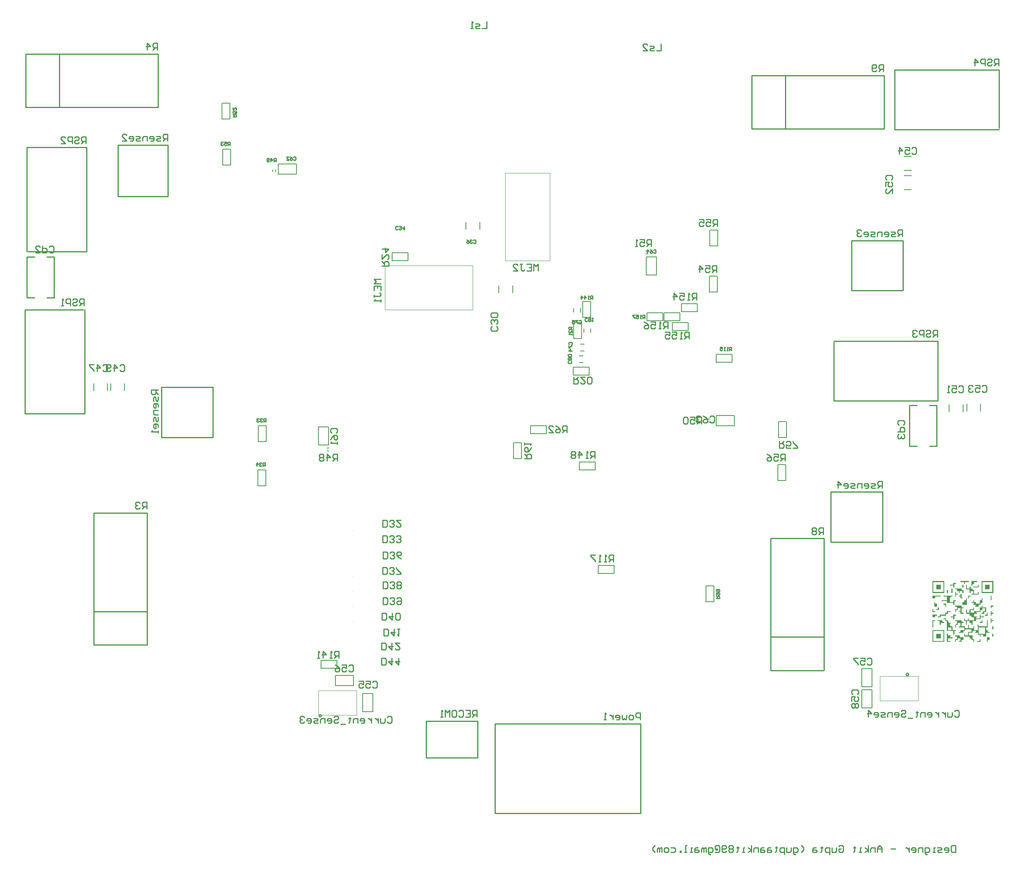
<source format=gbo>
G04 Layer_Color=32896*
%FSLAX25Y25*%
%MOIN*%
G70*
G01*
G75*
%ADD75C,0.01000*%
%ADD126C,0.00787*%
%ADD128C,0.00394*%
G36*
X2159700Y2316900D02*
X2158100D01*
Y2316100D01*
Y2315300D01*
X2155700D01*
Y2316100D01*
Y2316900D01*
Y2317700D01*
X2159700D01*
Y2316900D01*
D02*
G37*
G36*
X2171700Y2320100D02*
X2169300D01*
Y2319300D01*
Y2318500D01*
X2167700D01*
Y2317700D01*
Y2316900D01*
X2162900D01*
Y2316100D01*
Y2315300D01*
X2160500D01*
Y2316100D01*
X2162100D01*
Y2316900D01*
Y2317700D01*
X2166900D01*
Y2318500D01*
Y2319300D01*
X2168500D01*
Y2320100D01*
Y2320900D01*
X2171700D01*
Y2320100D01*
D02*
G37*
G36*
X2204500Y2318500D02*
Y2317700D01*
Y2316900D01*
X2202100D01*
Y2317700D01*
X2203700D01*
Y2318500D01*
Y2319300D01*
X2204500D01*
Y2318500D01*
D02*
G37*
G36*
X2199700Y2312100D02*
Y2311300D01*
Y2310500D01*
X2197300D01*
Y2311300D01*
X2198900D01*
Y2312100D01*
Y2312900D01*
X2199700D01*
Y2312100D01*
D02*
G37*
G36*
X2207700Y2313700D02*
Y2312900D01*
X2209300D01*
Y2312100D01*
X2207700D01*
Y2311300D01*
Y2310500D01*
X2206900D01*
Y2311300D01*
Y2312100D01*
Y2312900D01*
Y2313700D01*
Y2314500D01*
X2207700D01*
Y2313700D01*
D02*
G37*
G36*
X2176500Y2316900D02*
X2174900D01*
Y2316100D01*
Y2315300D01*
Y2314500D01*
Y2313700D01*
X2174100D01*
Y2314500D01*
Y2315300D01*
X2171700D01*
Y2316100D01*
X2174100D01*
Y2316900D01*
Y2317700D01*
X2176500D01*
Y2316900D01*
D02*
G37*
G36*
X2156500Y2321700D02*
Y2320900D01*
X2158100D01*
Y2320100D01*
X2155700D01*
Y2320900D01*
Y2321700D01*
Y2322500D01*
X2156500D01*
Y2321700D01*
D02*
G37*
G36*
X2161300Y2323300D02*
Y2322500D01*
Y2321700D01*
X2158900D01*
Y2322500D01*
X2160500D01*
Y2323300D01*
Y2324100D01*
X2161300D01*
Y2323300D01*
D02*
G37*
G36*
X2209300Y2324900D02*
X2207700D01*
Y2324100D01*
Y2323300D01*
X2206900D01*
Y2324100D01*
Y2324900D01*
Y2325700D01*
X2209300D01*
Y2324900D01*
D02*
G37*
G36*
X2207700Y2320100D02*
Y2319300D01*
X2209300D01*
Y2318500D01*
X2207700D01*
Y2317700D01*
Y2316900D01*
X2206900D01*
Y2317700D01*
Y2318500D01*
Y2319300D01*
Y2320100D01*
Y2320900D01*
X2207700D01*
Y2320100D01*
D02*
G37*
G36*
X2181300Y2324900D02*
Y2324100D01*
X2182900D01*
Y2323300D01*
X2181300D01*
Y2322500D01*
Y2321700D01*
Y2320900D01*
Y2320100D01*
Y2319300D01*
X2182900D01*
Y2318500D01*
X2180500D01*
Y2319300D01*
Y2320100D01*
X2178900D01*
Y2320900D01*
X2180500D01*
Y2321700D01*
Y2322500D01*
Y2323300D01*
X2178100D01*
Y2322500D01*
Y2321700D01*
X2176500D01*
Y2320900D01*
Y2320100D01*
X2175700D01*
Y2320900D01*
Y2321700D01*
Y2322500D01*
X2177300D01*
Y2323300D01*
Y2324100D01*
Y2324900D01*
X2175700D01*
Y2325700D01*
X2181300D01*
Y2324900D01*
D02*
G37*
G36*
X2199700D02*
Y2324100D01*
X2202900D01*
Y2323300D01*
Y2322500D01*
Y2321700D01*
Y2320900D01*
Y2320100D01*
X2201300D01*
Y2319300D01*
Y2318500D01*
X2198900D01*
Y2319300D01*
X2200500D01*
Y2320100D01*
Y2320900D01*
X2202100D01*
Y2321700D01*
Y2322500D01*
Y2323300D01*
X2199700D01*
Y2322500D01*
Y2321700D01*
X2198100D01*
Y2320900D01*
Y2320100D01*
X2194100D01*
Y2319300D01*
X2194900D01*
Y2318500D01*
X2192500D01*
Y2317700D01*
Y2316900D01*
Y2316100D01*
X2194900D01*
Y2315300D01*
X2194100D01*
Y2314500D01*
X2197300D01*
Y2315300D01*
Y2316100D01*
Y2316900D01*
Y2317700D01*
X2198100D01*
Y2316900D01*
Y2316100D01*
X2201300D01*
Y2315300D01*
X2198100D01*
Y2314500D01*
Y2313700D01*
X2194100D01*
Y2312900D01*
Y2312100D01*
X2190900D01*
Y2311300D01*
Y2310500D01*
Y2309700D01*
Y2308900D01*
X2190100D01*
Y2309700D01*
Y2310500D01*
X2188500D01*
Y2311300D01*
Y2312100D01*
X2186100D01*
Y2311300D01*
Y2310500D01*
Y2309700D01*
Y2308900D01*
X2185300D01*
Y2309700D01*
Y2310500D01*
Y2311300D01*
Y2312100D01*
X2183700D01*
Y2312900D01*
Y2313700D01*
Y2314500D01*
X2184500D01*
Y2313700D01*
Y2312900D01*
X2186900D01*
Y2313700D01*
Y2314500D01*
X2187700D01*
Y2313700D01*
Y2312900D01*
X2192500D01*
Y2313700D01*
Y2314500D01*
Y2315300D01*
X2190100D01*
Y2316100D01*
Y2316900D01*
X2188500D01*
Y2317700D01*
Y2318500D01*
X2185300D01*
Y2319300D01*
Y2320100D01*
Y2320900D01*
Y2321700D01*
Y2322500D01*
X2186100D01*
Y2321700D01*
Y2320900D01*
Y2320100D01*
Y2319300D01*
X2188500D01*
Y2320100D01*
Y2320900D01*
Y2321700D01*
Y2322500D01*
X2191700D01*
Y2323300D01*
Y2324100D01*
X2192500D01*
Y2323300D01*
Y2322500D01*
Y2321700D01*
X2189300D01*
Y2320900D01*
Y2320100D01*
Y2319300D01*
X2192500D01*
Y2320100D01*
Y2320900D01*
X2197300D01*
Y2321700D01*
Y2322500D01*
Y2323300D01*
Y2324100D01*
X2198900D01*
Y2324900D01*
Y2325700D01*
X2199700D01*
Y2324900D01*
D02*
G37*
G36*
X2198100Y2295300D02*
Y2294500D01*
Y2293700D01*
X2194900D01*
Y2294500D01*
X2197300D01*
Y2295300D01*
Y2296100D01*
X2198100D01*
Y2295300D01*
D02*
G37*
G36*
X2206100Y2296900D02*
Y2296100D01*
Y2295300D01*
X2204500D01*
Y2294500D01*
Y2293700D01*
X2203700D01*
Y2294500D01*
Y2295300D01*
Y2296100D01*
Y2296900D01*
Y2297700D01*
X2206100D01*
Y2296900D01*
D02*
G37*
G36*
X2209300Y2300100D02*
Y2299300D01*
Y2298500D01*
X2208500D01*
Y2299300D01*
Y2300100D01*
Y2300900D01*
X2209300D01*
Y2300100D01*
D02*
G37*
G36*
X2166100Y2303300D02*
Y2302500D01*
Y2301700D01*
Y2300900D01*
Y2300100D01*
Y2299300D01*
Y2298500D01*
Y2297700D01*
Y2296900D01*
Y2296100D01*
Y2295300D01*
Y2294500D01*
Y2293700D01*
X2155700D01*
Y2294500D01*
Y2295300D01*
Y2296100D01*
Y2296900D01*
Y2297700D01*
Y2298500D01*
Y2299300D01*
Y2300100D01*
Y2300900D01*
Y2301700D01*
Y2302500D01*
Y2303300D01*
Y2304100D01*
X2166100D01*
Y2303300D01*
D02*
G37*
G36*
X2169300Y2300100D02*
Y2299300D01*
X2171700D01*
Y2298500D01*
X2170900D01*
Y2297700D01*
X2173300D01*
Y2296900D01*
X2169300D01*
Y2296100D01*
Y2295300D01*
Y2294500D01*
X2171700D01*
Y2293700D01*
X2168500D01*
Y2294500D01*
Y2295300D01*
Y2296100D01*
Y2296900D01*
Y2297700D01*
Y2298500D01*
Y2299300D01*
Y2300100D01*
Y2300900D01*
X2169300D01*
Y2300100D01*
D02*
G37*
G36*
X2179700Y2298500D02*
Y2297700D01*
X2182900D01*
Y2296900D01*
Y2296100D01*
Y2295300D01*
X2181300D01*
Y2294500D01*
Y2293700D01*
X2178900D01*
Y2294500D01*
X2180500D01*
Y2295300D01*
Y2296100D01*
Y2296900D01*
X2178100D01*
Y2296100D01*
Y2295300D01*
X2176500D01*
Y2294500D01*
Y2293700D01*
X2175700D01*
Y2294500D01*
Y2295300D01*
Y2296100D01*
X2177300D01*
Y2296900D01*
Y2297700D01*
Y2298500D01*
X2175700D01*
Y2299300D01*
X2179700D01*
Y2298500D01*
D02*
G37*
G36*
X2176500Y2308100D02*
Y2307300D01*
Y2306500D01*
X2175700D01*
Y2307300D01*
Y2308100D01*
Y2308900D01*
X2176500D01*
Y2308100D01*
D02*
G37*
G36*
X2204500Y2312100D02*
Y2311300D01*
Y2310500D01*
Y2309700D01*
Y2308900D01*
Y2308100D01*
Y2307300D01*
Y2306500D01*
X2202900D01*
Y2305700D01*
Y2304900D01*
Y2304100D01*
X2204500D01*
Y2303300D01*
Y2302500D01*
X2206100D01*
Y2301700D01*
X2202900D01*
Y2300900D01*
Y2300100D01*
Y2299300D01*
Y2298500D01*
X2200500D01*
Y2299300D01*
Y2300100D01*
X2198100D01*
Y2299300D01*
Y2298500D01*
X2197300D01*
Y2299300D01*
Y2300100D01*
X2195700D01*
Y2300900D01*
Y2301700D01*
X2193300D01*
Y2302500D01*
X2194100D01*
Y2303300D01*
X2190900D01*
Y2302500D01*
Y2301700D01*
X2187700D01*
Y2300900D01*
Y2300100D01*
Y2299300D01*
X2190900D01*
Y2298500D01*
Y2297700D01*
Y2296900D01*
Y2296100D01*
X2192500D01*
Y2295300D01*
Y2294500D01*
Y2293700D01*
X2191700D01*
Y2294500D01*
Y2295300D01*
X2190100D01*
Y2296100D01*
Y2296900D01*
X2188500D01*
Y2297700D01*
Y2298500D01*
X2183700D01*
Y2299300D01*
Y2300100D01*
Y2300900D01*
X2184500D01*
Y2300100D01*
Y2299300D01*
X2186900D01*
Y2300100D01*
Y2300900D01*
Y2301700D01*
Y2302500D01*
X2190100D01*
Y2303300D01*
Y2304100D01*
Y2304900D01*
X2184500D01*
Y2304100D01*
Y2303300D01*
X2182900D01*
Y2302500D01*
Y2301700D01*
X2178900D01*
Y2302500D01*
X2180500D01*
Y2303300D01*
Y2304100D01*
X2183700D01*
Y2304900D01*
Y2305700D01*
Y2306500D01*
X2178900D01*
Y2307300D01*
X2180500D01*
Y2308100D01*
Y2308900D01*
Y2309700D01*
Y2310500D01*
X2178100D01*
Y2309700D01*
Y2308900D01*
X2176500D01*
Y2309700D01*
X2177300D01*
Y2310500D01*
Y2311300D01*
Y2312100D01*
X2175700D01*
Y2312900D01*
X2181300D01*
Y2312100D01*
Y2311300D01*
X2182900D01*
Y2310500D01*
X2181300D01*
Y2309700D01*
Y2308900D01*
Y2308100D01*
Y2307300D01*
X2184500D01*
Y2306500D01*
Y2305700D01*
X2186900D01*
Y2306500D01*
Y2307300D01*
Y2308100D01*
Y2308900D01*
X2187700D01*
Y2308100D01*
Y2307300D01*
Y2306500D01*
Y2305700D01*
X2191700D01*
Y2306500D01*
Y2307300D01*
X2192500D01*
Y2306500D01*
Y2305700D01*
Y2304900D01*
Y2304100D01*
X2195700D01*
Y2304900D01*
Y2305700D01*
Y2306500D01*
Y2307300D01*
Y2308100D01*
X2194900D01*
Y2308900D01*
X2196500D01*
Y2308100D01*
Y2307300D01*
X2203700D01*
Y2308100D01*
Y2308900D01*
Y2309700D01*
Y2310500D01*
Y2311300D01*
Y2312100D01*
Y2312900D01*
X2204500D01*
Y2312100D01*
D02*
G37*
G36*
X2164500D02*
Y2311300D01*
X2166100D01*
Y2310500D01*
X2162900D01*
Y2309700D01*
Y2308900D01*
X2162100D01*
Y2309700D01*
Y2310500D01*
Y2311300D01*
Y2312100D01*
X2160500D01*
Y2312900D01*
X2164500D01*
Y2312100D01*
D02*
G37*
G36*
X2167700Y2313700D02*
Y2312900D01*
X2169300D01*
Y2312100D01*
Y2311300D01*
X2170100D01*
Y2310500D01*
X2171700D01*
Y2309700D01*
X2170900D01*
Y2308900D01*
Y2308100D01*
X2171700D01*
Y2307300D01*
X2173300D01*
Y2306500D01*
Y2305700D01*
Y2304900D01*
Y2304100D01*
X2176500D01*
Y2303300D01*
X2174900D01*
Y2302500D01*
Y2301700D01*
Y2300900D01*
Y2300100D01*
X2174100D01*
Y2300900D01*
Y2301700D01*
Y2302500D01*
Y2303300D01*
X2168500D01*
Y2304100D01*
Y2304900D01*
Y2305700D01*
Y2306500D01*
Y2307300D01*
Y2308100D01*
Y2308900D01*
Y2309700D01*
Y2310500D01*
Y2311300D01*
Y2312100D01*
X2166900D01*
Y2312900D01*
Y2313700D01*
X2165300D01*
Y2314500D01*
X2167700D01*
Y2313700D01*
D02*
G37*
G36*
X2209300Y2306500D02*
Y2305700D01*
Y2304900D01*
X2208500D01*
Y2305700D01*
Y2306500D01*
Y2307300D01*
X2209300D01*
Y2306500D01*
D02*
G37*
G36*
X2158100Y2312100D02*
X2156500D01*
Y2311300D01*
Y2310500D01*
Y2309700D01*
Y2308900D01*
Y2308100D01*
Y2307300D01*
Y2306500D01*
X2155700D01*
Y2307300D01*
Y2308100D01*
Y2308900D01*
Y2309700D01*
Y2310500D01*
Y2311300D01*
Y2312100D01*
Y2312900D01*
X2158100D01*
Y2312100D01*
D02*
G37*
G36*
Y2328100D02*
Y2327300D01*
X2159700D01*
Y2326500D01*
Y2325700D01*
Y2324900D01*
X2157300D01*
Y2325700D01*
Y2326500D01*
Y2327300D01*
Y2328100D01*
Y2328900D01*
X2158100D01*
Y2328100D01*
D02*
G37*
G36*
X2181300Y2340100D02*
Y2339300D01*
X2182900D01*
Y2338500D01*
Y2337700D01*
Y2336900D01*
X2182100D01*
Y2337700D01*
Y2338500D01*
X2179700D01*
Y2337700D01*
Y2336900D01*
X2178900D01*
Y2337700D01*
Y2338500D01*
X2177300D01*
Y2339300D01*
Y2340100D01*
X2175700D01*
Y2340900D01*
X2181300D01*
Y2340100D01*
D02*
G37*
G36*
X2209300Y2346500D02*
Y2345700D01*
Y2344900D01*
Y2344100D01*
Y2343300D01*
Y2342500D01*
Y2341700D01*
Y2340900D01*
Y2340100D01*
Y2339300D01*
Y2338500D01*
Y2337700D01*
Y2336900D01*
X2198900D01*
Y2337700D01*
Y2338500D01*
Y2339300D01*
Y2340100D01*
Y2340900D01*
Y2341700D01*
Y2342500D01*
Y2343300D01*
Y2344100D01*
Y2344900D01*
Y2345700D01*
Y2346500D01*
Y2347300D01*
X2209300D01*
Y2346500D01*
D02*
G37*
G36*
X2173300Y2340100D02*
Y2339300D01*
Y2338500D01*
Y2337700D01*
Y2336900D01*
X2172500D01*
Y2337700D01*
Y2338500D01*
Y2339300D01*
Y2340100D01*
Y2340900D01*
X2173300D01*
Y2340100D01*
D02*
G37*
G36*
X2166100Y2346500D02*
Y2345700D01*
Y2344900D01*
Y2344100D01*
Y2343300D01*
Y2342500D01*
Y2341700D01*
Y2340900D01*
Y2340100D01*
Y2339300D01*
Y2338500D01*
Y2337700D01*
Y2336900D01*
X2155700D01*
Y2337700D01*
Y2338500D01*
Y2339300D01*
Y2340100D01*
Y2340900D01*
Y2341700D01*
Y2342500D01*
Y2343300D01*
Y2344100D01*
Y2344900D01*
Y2345700D01*
Y2346500D01*
Y2347300D01*
X2166100D01*
Y2346500D01*
D02*
G37*
G36*
X2169300Y2338500D02*
Y2337700D01*
Y2336900D01*
X2168500D01*
Y2337700D01*
Y2338500D01*
Y2339300D01*
X2169300D01*
Y2338500D01*
D02*
G37*
G36*
X2194900Y2346500D02*
X2192500D01*
Y2345700D01*
Y2344900D01*
X2190900D01*
Y2344100D01*
Y2343300D01*
X2190100D01*
Y2344100D01*
Y2344900D01*
Y2345700D01*
Y2346500D01*
Y2347300D01*
X2194900D01*
Y2346500D01*
D02*
G37*
G36*
X2187700D02*
X2184500D01*
Y2345700D01*
Y2344900D01*
X2183700D01*
Y2345700D01*
Y2346500D01*
X2180500D01*
Y2347300D01*
X2187700D01*
Y2346500D01*
D02*
G37*
G36*
X2196500Y2343300D02*
Y2342500D01*
Y2341700D01*
X2191700D01*
Y2342500D01*
X2195700D01*
Y2343300D01*
Y2344100D01*
X2196500D01*
Y2343300D01*
D02*
G37*
G36*
X2176500Y2344900D02*
X2174900D01*
Y2344100D01*
Y2343300D01*
Y2342500D01*
Y2341700D01*
X2174100D01*
Y2342500D01*
Y2343300D01*
X2170900D01*
Y2344100D01*
X2174100D01*
Y2344900D01*
Y2345700D01*
X2176500D01*
Y2344900D01*
D02*
G37*
G36*
X2182900Y2343300D02*
Y2342500D01*
Y2341700D01*
X2182100D01*
Y2342500D01*
Y2343300D01*
Y2344100D01*
X2182900D01*
Y2343300D01*
D02*
G37*
G36*
X2173300Y2333700D02*
X2171700D01*
Y2332900D01*
X2170900D01*
Y2332100D01*
Y2331300D01*
Y2330500D01*
Y2329700D01*
Y2328900D01*
X2174100D01*
Y2329700D01*
Y2330500D01*
X2176500D01*
Y2329700D01*
X2174900D01*
Y2328900D01*
Y2328100D01*
Y2327300D01*
Y2326500D01*
X2174100D01*
Y2327300D01*
Y2328100D01*
X2168500D01*
Y2328900D01*
Y2329700D01*
X2163700D01*
Y2330500D01*
X2168500D01*
Y2331300D01*
Y2332100D01*
Y2332900D01*
Y2333700D01*
X2165300D01*
Y2334500D01*
X2173300D01*
Y2333700D01*
D02*
G37*
G36*
X2167700Y2326500D02*
Y2325700D01*
Y2324900D01*
X2166900D01*
Y2325700D01*
Y2326500D01*
X2165300D01*
Y2327300D01*
X2167700D01*
Y2326500D01*
D02*
G37*
G36*
X2186100Y2331300D02*
Y2330500D01*
Y2329700D01*
Y2328900D01*
Y2328100D01*
Y2327300D01*
Y2326500D01*
X2182100D01*
Y2327300D01*
Y2328100D01*
Y2328900D01*
X2183700D01*
Y2329700D01*
Y2330500D01*
X2185300D01*
Y2331300D01*
Y2332100D01*
X2186100D01*
Y2331300D01*
D02*
G37*
G36*
X2207700Y2333700D02*
Y2332900D01*
Y2332100D01*
Y2331300D01*
Y2330500D01*
X2206900D01*
Y2331300D01*
Y2332100D01*
Y2332900D01*
Y2333700D01*
Y2334500D01*
X2207700D01*
Y2333700D01*
D02*
G37*
G36*
X2199700Y2331300D02*
Y2330500D01*
Y2329700D01*
Y2328900D01*
Y2328100D01*
X2198100D01*
Y2327300D01*
Y2326500D01*
X2196500D01*
Y2325700D01*
Y2324900D01*
X2193300D01*
Y2325700D01*
X2194100D01*
Y2326500D01*
X2191700D01*
Y2327300D01*
X2192500D01*
Y2328100D01*
X2190100D01*
Y2328900D01*
X2191700D01*
Y2329700D01*
Y2330500D01*
X2192500D01*
Y2329700D01*
Y2328900D01*
X2194100D01*
Y2328100D01*
Y2327300D01*
X2197300D01*
Y2328100D01*
Y2328900D01*
Y2329700D01*
Y2330500D01*
X2198900D01*
Y2331300D01*
Y2332100D01*
X2199700D01*
Y2331300D01*
D02*
G37*
G36*
X2176500Y2336900D02*
Y2336100D01*
X2178100D01*
Y2335300D01*
X2176500D01*
Y2334500D01*
Y2333700D01*
X2175700D01*
Y2334500D01*
Y2335300D01*
Y2336100D01*
Y2336900D01*
Y2337700D01*
X2176500D01*
Y2336900D01*
D02*
G37*
G36*
X2186100Y2343300D02*
Y2342500D01*
Y2341700D01*
Y2340900D01*
X2188500D01*
Y2341700D01*
Y2342500D01*
X2189300D01*
Y2341700D01*
Y2340900D01*
X2190900D01*
Y2340100D01*
Y2339300D01*
X2192500D01*
Y2338500D01*
Y2337700D01*
Y2336900D01*
Y2336100D01*
X2195700D01*
Y2336900D01*
Y2337700D01*
X2196500D01*
Y2336900D01*
Y2336100D01*
Y2335300D01*
X2190100D01*
Y2336100D01*
X2191700D01*
Y2336900D01*
Y2337700D01*
Y2338500D01*
X2189300D01*
Y2337700D01*
Y2336900D01*
X2188500D01*
Y2337700D01*
Y2338500D01*
Y2339300D01*
Y2340100D01*
X2185300D01*
Y2340900D01*
Y2341700D01*
Y2342500D01*
Y2343300D01*
Y2344100D01*
X2186100D01*
Y2343300D01*
D02*
G37*
G36*
X2189300Y2333700D02*
X2187700D01*
Y2332900D01*
Y2332100D01*
X2186900D01*
Y2332900D01*
Y2333700D01*
Y2334500D01*
X2189300D01*
Y2333700D01*
D02*
G37*
G36*
X2162900D02*
X2158100D01*
Y2332900D01*
Y2332100D01*
X2155700D01*
Y2332900D01*
Y2333700D01*
Y2334500D01*
X2162900D01*
Y2333700D01*
D02*
G37*
G36*
X2181300Y2335300D02*
Y2334500D01*
Y2333700D01*
Y2332900D01*
X2182100D01*
Y2332100D01*
X2180500D01*
Y2332900D01*
Y2333700D01*
X2178900D01*
Y2334500D01*
X2180500D01*
Y2335300D01*
Y2336100D01*
X2181300D01*
Y2335300D01*
D02*
G37*
%LPC*%
G36*
X2165300Y2303300D02*
X2156500D01*
Y2302500D01*
Y2301700D01*
Y2300900D01*
Y2300100D01*
Y2299300D01*
Y2298500D01*
Y2297700D01*
Y2296900D01*
Y2296100D01*
Y2295300D01*
Y2294500D01*
X2165300D01*
Y2295300D01*
Y2296100D01*
Y2296900D01*
Y2297700D01*
Y2298500D01*
Y2299300D01*
Y2300100D01*
Y2300900D01*
Y2301700D01*
Y2302500D01*
Y2303300D01*
D02*
G37*
%LPD*%
G36*
X2162900Y2300100D02*
Y2299300D01*
Y2298500D01*
Y2297700D01*
Y2296900D01*
X2158900D01*
Y2297700D01*
Y2298500D01*
Y2299300D01*
Y2300100D01*
Y2300900D01*
X2162900D01*
Y2300100D01*
D02*
G37*
%LPC*%
G36*
X2202100Y2306500D02*
X2196500D01*
Y2305700D01*
Y2304900D01*
Y2304100D01*
Y2303300D01*
Y2302500D01*
Y2301700D01*
Y2300900D01*
X2202100D01*
Y2301700D01*
Y2302500D01*
Y2303300D01*
Y2304100D01*
Y2304900D01*
Y2305700D01*
Y2306500D01*
D02*
G37*
G36*
X2172500D02*
X2169300D01*
Y2305700D01*
Y2304900D01*
Y2304100D01*
X2172500D01*
Y2304900D01*
Y2305700D01*
Y2306500D01*
D02*
G37*
G36*
X2208500Y2346500D02*
X2199700D01*
Y2345700D01*
Y2344900D01*
Y2344100D01*
Y2343300D01*
Y2342500D01*
Y2341700D01*
Y2340900D01*
Y2340100D01*
Y2339300D01*
Y2338500D01*
Y2337700D01*
X2208500D01*
Y2338500D01*
Y2339300D01*
Y2340100D01*
Y2340900D01*
Y2341700D01*
Y2342500D01*
Y2343300D01*
Y2344100D01*
Y2344900D01*
Y2345700D01*
Y2346500D01*
D02*
G37*
%LPD*%
G36*
X2206100Y2343300D02*
Y2342500D01*
Y2341700D01*
Y2340900D01*
Y2340100D01*
X2202100D01*
Y2340900D01*
Y2341700D01*
Y2342500D01*
Y2343300D01*
Y2344100D01*
X2206100D01*
Y2343300D01*
D02*
G37*
%LPC*%
G36*
X2165300Y2346500D02*
X2156500D01*
Y2345700D01*
Y2344900D01*
Y2344100D01*
Y2343300D01*
Y2342500D01*
Y2341700D01*
Y2340900D01*
Y2340100D01*
Y2339300D01*
Y2338500D01*
Y2337700D01*
X2165300D01*
Y2338500D01*
Y2339300D01*
Y2340100D01*
Y2340900D01*
Y2341700D01*
Y2342500D01*
Y2343300D01*
Y2344100D01*
Y2344900D01*
Y2345700D01*
Y2346500D01*
D02*
G37*
%LPD*%
G36*
X2162900Y2343300D02*
Y2342500D01*
Y2341700D01*
Y2340900D01*
Y2340100D01*
X2158900D01*
Y2340900D01*
Y2341700D01*
Y2342500D01*
Y2343300D01*
Y2344100D01*
X2162900D01*
Y2343300D01*
D02*
G37*
D75*
X1617031Y2228500D02*
G03*
X1617031Y2228500I-1031J0D01*
G01*
X1770000Y2221500D02*
X1898500D01*
X1770000Y2142500D02*
Y2221500D01*
Y2142500D02*
X1898500D01*
Y2221500D01*
X1386000Y2765500D02*
Y2812500D01*
X1356500D02*
X1473000D01*
Y2765500D02*
Y2812500D01*
X1356500Y2765500D02*
X1473000D01*
X1356500D02*
Y2812500D01*
X1381500Y2597500D02*
Y2633500D01*
X1375000D02*
X1381500D01*
X1375000Y2597500D02*
X1381500D01*
X1357500Y2633500D02*
X1364000D01*
X1357500Y2597500D02*
Y2633500D01*
Y2597500D02*
X1364000D01*
X2214405Y2796488D02*
Y2798284D01*
X2139405Y2798480D02*
X2214209D01*
X2131000Y2745921D02*
X2214307D01*
X2214405Y2747004D02*
Y2770331D01*
Y2796488D01*
X2122500Y2745921D02*
X2131000D01*
X2122500D02*
Y2798480D01*
X2139405D01*
X2068595Y2506717D02*
Y2508512D01*
X2068791Y2506520D02*
X2143595D01*
X2068693Y2559079D02*
X2152000D01*
X2068595Y2534669D02*
Y2557996D01*
Y2508512D02*
Y2534669D01*
X2152000Y2559079D02*
X2160500D01*
Y2506520D02*
Y2559079D01*
X2143595Y2506520D02*
X2160500D01*
X1407988Y2638095D02*
X1409783D01*
X1409980Y2638291D02*
Y2713095D01*
X1357421Y2638193D02*
Y2721500D01*
X1358504Y2638095D02*
X1381831D01*
X1407988D01*
X1357421Y2721500D02*
Y2730000D01*
X1409980D01*
Y2713095D02*
Y2730000D01*
X1355917Y2586905D02*
X1357712D01*
X1355720Y2511905D02*
Y2586709D01*
X1408279Y2503500D02*
Y2586807D01*
X1383869Y2586905D02*
X1407196D01*
X1357712D02*
X1383869D01*
X1408279Y2495000D02*
Y2503500D01*
X1355720Y2495000D02*
X1408279D01*
X1355720D02*
Y2511905D01*
X1996500Y2746500D02*
Y2793500D01*
Y2746500D02*
X2113000D01*
Y2793500D01*
X1996500D02*
X2113000D01*
X2026000Y2746500D02*
Y2793500D01*
X2013000Y2268500D02*
X2060000D01*
Y2385000D01*
X2013000D02*
X2060000D01*
X2013000Y2268500D02*
Y2385000D01*
Y2298000D02*
X2060000D01*
X1416500Y2291000D02*
X1463500D01*
Y2407500D01*
X1416500D02*
X1463500D01*
X1416500Y2291000D02*
Y2407500D01*
Y2320500D02*
X1463500D01*
X1476005Y2518172D02*
X1476103Y2518270D01*
X1476005Y2474077D02*
Y2518172D01*
X1476103Y2518270D02*
X1521477D01*
X1476005Y2474077D02*
X1521477D01*
Y2518270D01*
X1709543Y2223819D02*
X1754327D01*
X1709543Y2191339D02*
X1754622D01*
X1709543D02*
Y2223819D01*
X1754622Y2191339D02*
Y2223819D01*
X1437630Y2686803D02*
X1437728Y2686705D01*
X1481823D01*
X1437630Y2686803D02*
Y2732177D01*
X1481823Y2686705D02*
Y2732177D01*
X1437630D02*
X1481823D01*
X2111598Y2381839D02*
X2111697Y2381937D01*
Y2426031D01*
X2066224Y2381839D02*
X2111598D01*
X2066224Y2426031D02*
X2111697D01*
X2066224Y2381839D02*
Y2426031D01*
X2159500Y2466500D02*
Y2502500D01*
X2153000D02*
X2159500D01*
X2153000Y2466500D02*
X2159500D01*
X2135500Y2502500D02*
X2142000D01*
X2135500Y2466500D02*
Y2502500D01*
Y2466500D02*
X2142000D01*
X2129606Y2603630D02*
X2129705Y2603728D01*
Y2647823D01*
X2084232Y2603630D02*
X2129606D01*
X2084232Y2647823D02*
X2129705D01*
X2084232Y2603630D02*
Y2647823D01*
X1898000Y2225000D02*
Y2230998D01*
X1895001D01*
X1894001Y2229998D01*
Y2227999D01*
X1895001Y2226999D01*
X1898000D01*
X1891002Y2225000D02*
X1889003D01*
X1888003Y2226000D01*
Y2227999D01*
X1889003Y2228999D01*
X1891002D01*
X1892002Y2227999D01*
Y2226000D01*
X1891002Y2225000D01*
X1886004Y2228999D02*
Y2226000D01*
X1885004Y2225000D01*
X1884005Y2226000D01*
X1883005Y2225000D01*
X1882005Y2226000D01*
Y2228999D01*
X1877007Y2225000D02*
X1879006D01*
X1880006Y2226000D01*
Y2227999D01*
X1879006Y2228999D01*
X1877007D01*
X1876007Y2227999D01*
Y2226999D01*
X1880006D01*
X1874008Y2228999D02*
Y2225000D01*
Y2226999D01*
X1873008Y2227999D01*
X1872008Y2228999D01*
X1871009D01*
X1868010Y2225000D02*
X1866010D01*
X1867010D01*
Y2230998D01*
X1868010Y2229998D01*
X1472500Y2816000D02*
Y2821998D01*
X1469501D01*
X1468501Y2820998D01*
Y2818999D01*
X1469501Y2817999D01*
X1472500D01*
X1470501D02*
X1468501Y2816000D01*
X1463503D02*
Y2821998D01*
X1466502Y2818999D01*
X1462503D01*
X1833500Y2478500D02*
Y2484498D01*
X1830501D01*
X1829501Y2483498D01*
Y2481499D01*
X1830501Y2480499D01*
X1833500D01*
X1831501D02*
X1829501Y2478500D01*
X1823503Y2484498D02*
X1825503Y2483498D01*
X1827502Y2481499D01*
Y2479500D01*
X1826502Y2478500D01*
X1824503D01*
X1823503Y2479500D01*
Y2480499D01*
X1824503Y2481499D01*
X1827502D01*
X1817505Y2478500D02*
X1821504D01*
X1817505Y2482499D01*
Y2483498D01*
X1818505Y2484498D01*
X1820504D01*
X1821504Y2483498D01*
X1796000Y2455500D02*
X1801998D01*
Y2458499D01*
X1800998Y2459499D01*
X1798999D01*
X1797999Y2458499D01*
Y2455500D01*
Y2457499D02*
X1796000Y2459499D01*
X1801998Y2465497D02*
X1800998Y2463497D01*
X1798999Y2461498D01*
X1797000D01*
X1796000Y2462498D01*
Y2464497D01*
X1797000Y2465497D01*
X1797999D01*
X1798999Y2464497D01*
Y2461498D01*
X1796000Y2467496D02*
Y2469496D01*
Y2468496D01*
X1801998D01*
X1800998Y2467496D01*
X1916500Y2821431D02*
Y2815433D01*
X1912501D01*
X1910502D02*
X1907503D01*
X1906503Y2816433D01*
X1907503Y2817432D01*
X1909502D01*
X1910502Y2818432D01*
X1909502Y2819432D01*
X1906503D01*
X1900505Y2815433D02*
X1904504D01*
X1900505Y2819432D01*
Y2820432D01*
X1901505Y2821431D01*
X1903504D01*
X1904504Y2820432D01*
X2020650Y2470650D02*
Y2464652D01*
X2023649D01*
X2024649Y2465652D01*
Y2467651D01*
X2023649Y2468651D01*
X2020650D01*
X2022649D02*
X2024649Y2470650D01*
X2030647Y2464652D02*
X2026648D01*
Y2467651D01*
X2028647Y2466651D01*
X2029647D01*
X2030647Y2467651D01*
Y2469650D01*
X2029647Y2470650D01*
X2027648D01*
X2026648Y2469650D01*
X2032646Y2464652D02*
X2036645D01*
Y2465652D01*
X2032646Y2469650D01*
Y2470650D01*
X2025850Y2453350D02*
Y2459348D01*
X2022851D01*
X2021851Y2458348D01*
Y2456349D01*
X2022851Y2455349D01*
X2025850D01*
X2023851D02*
X2021851Y2453350D01*
X2015853Y2459348D02*
X2019852D01*
Y2456349D01*
X2017853Y2457349D01*
X2016853D01*
X2015853Y2456349D01*
Y2454350D01*
X2016853Y2453350D01*
X2018852D01*
X2019852Y2454350D01*
X2009855Y2459348D02*
X2011855Y2458348D01*
X2013854Y2456349D01*
Y2454350D01*
X2012854Y2453350D01*
X2010855D01*
X2009855Y2454350D01*
Y2455349D01*
X2010855Y2456349D01*
X2013854D01*
X1965900Y2660400D02*
Y2666398D01*
X1962901D01*
X1961901Y2665398D01*
Y2663399D01*
X1962901Y2662399D01*
X1965900D01*
X1963901D02*
X1961901Y2660400D01*
X1955903Y2666398D02*
X1959902D01*
Y2663399D01*
X1957903Y2664399D01*
X1956903D01*
X1955903Y2663399D01*
Y2661400D01*
X1956903Y2660400D01*
X1958902D01*
X1959902Y2661400D01*
X1949905Y2666398D02*
X1953904D01*
Y2663399D01*
X1951904Y2664399D01*
X1950905D01*
X1949905Y2663399D01*
Y2661400D01*
X1950905Y2660400D01*
X1952904D01*
X1953904Y2661400D01*
X1965350Y2619850D02*
Y2625848D01*
X1962351D01*
X1961351Y2624848D01*
Y2622849D01*
X1962351Y2621849D01*
X1965350D01*
X1963351D02*
X1961351Y2619850D01*
X1955353Y2625848D02*
X1959352D01*
Y2622849D01*
X1957353Y2623849D01*
X1956353D01*
X1955353Y2622849D01*
Y2620850D01*
X1956353Y2619850D01*
X1958352D01*
X1959352Y2620850D01*
X1950355Y2619850D02*
Y2625848D01*
X1953354Y2622849D01*
X1949355D01*
X1536400Y2731900D02*
Y2734899D01*
X1534900D01*
X1534401Y2734399D01*
Y2733400D01*
X1534900Y2732900D01*
X1536400D01*
X1535400D02*
X1534401Y2731900D01*
X1531402Y2734899D02*
X1533401D01*
Y2733400D01*
X1532401Y2733899D01*
X1531901D01*
X1531402Y2733400D01*
Y2732400D01*
X1531901Y2731900D01*
X1532901D01*
X1533401Y2732400D01*
X1530402Y2734399D02*
X1529902Y2734899D01*
X1528902D01*
X1528403Y2734399D01*
Y2733899D01*
X1528902Y2733400D01*
X1529402D01*
X1528902D01*
X1528403Y2732900D01*
Y2732400D01*
X1528902Y2731900D01*
X1529902D01*
X1530402Y2732400D01*
X1539000Y2757000D02*
X1541999D01*
Y2758500D01*
X1541499Y2758999D01*
X1540499D01*
X1540000Y2758500D01*
Y2757000D01*
Y2758000D02*
X1539000Y2758999D01*
X1541999Y2761998D02*
Y2759999D01*
X1540499D01*
X1540999Y2760999D01*
Y2761499D01*
X1540499Y2761998D01*
X1539500D01*
X1539000Y2761499D01*
Y2760499D01*
X1539500Y2759999D01*
X1539000Y2764997D02*
Y2762998D01*
X1540999Y2764997D01*
X1541499D01*
X1541999Y2764498D01*
Y2763498D01*
X1541499Y2762998D01*
X1567400Y2448900D02*
Y2451899D01*
X1565901D01*
X1565401Y2451399D01*
Y2450400D01*
X1565901Y2449900D01*
X1567400D01*
X1566400D02*
X1565401Y2448900D01*
X1564401Y2451399D02*
X1563901Y2451899D01*
X1562901D01*
X1562402Y2451399D01*
Y2450899D01*
X1562901Y2450400D01*
X1563401D01*
X1562901D01*
X1562402Y2449900D01*
Y2449400D01*
X1562901Y2448900D01*
X1563901D01*
X1564401Y2449400D01*
X1559902Y2448900D02*
Y2451899D01*
X1561402Y2450400D01*
X1559403D01*
X1567900Y2487900D02*
Y2490899D01*
X1566401D01*
X1565901Y2490399D01*
Y2489400D01*
X1566401Y2488900D01*
X1567900D01*
X1566900D02*
X1565901Y2487900D01*
X1564901Y2490399D02*
X1564401Y2490899D01*
X1563401D01*
X1562902Y2490399D01*
Y2489899D01*
X1563401Y2489400D01*
X1563901D01*
X1563401D01*
X1562902Y2488900D01*
Y2488400D01*
X1563401Y2487900D01*
X1564401D01*
X1564901Y2488400D01*
X1561902Y2490399D02*
X1561402Y2490899D01*
X1560402D01*
X1559903Y2490399D01*
Y2489899D01*
X1560402Y2489400D01*
X1560902D01*
X1560402D01*
X1559903Y2488900D01*
Y2488400D01*
X1560402Y2487900D01*
X1561402D01*
X1561902Y2488400D01*
X1675001Y2226998D02*
X1676001Y2227998D01*
X1678000D01*
X1679000Y2226998D01*
Y2223000D01*
X1678000Y2222000D01*
X1676001D01*
X1675001Y2223000D01*
X1673002Y2225999D02*
Y2223000D01*
X1672002Y2222000D01*
X1669003D01*
Y2225999D01*
X1667004D02*
Y2222000D01*
Y2223999D01*
X1666004Y2224999D01*
X1665005Y2225999D01*
X1664005D01*
X1661006D02*
Y2222000D01*
Y2223999D01*
X1660006Y2224999D01*
X1659007Y2225999D01*
X1658007D01*
X1652009Y2222000D02*
X1654008D01*
X1655008Y2223000D01*
Y2224999D01*
X1654008Y2225999D01*
X1652009D01*
X1651009Y2224999D01*
Y2223999D01*
X1655008D01*
X1649010Y2222000D02*
Y2225999D01*
X1646011D01*
X1645011Y2224999D01*
Y2222000D01*
X1642012Y2226998D02*
Y2225999D01*
X1643012D01*
X1641012D01*
X1642012D01*
Y2223000D01*
X1641012Y2222000D01*
X1638013Y2221000D02*
X1634015D01*
X1628016Y2226998D02*
X1629016Y2227998D01*
X1631016D01*
X1632015Y2226998D01*
Y2225999D01*
X1631016Y2224999D01*
X1629016D01*
X1628016Y2223999D01*
Y2223000D01*
X1629016Y2222000D01*
X1631016D01*
X1632015Y2223000D01*
X1623018Y2222000D02*
X1625018D01*
X1626017Y2223000D01*
Y2224999D01*
X1625018Y2225999D01*
X1623018D01*
X1622018Y2224999D01*
Y2223999D01*
X1626017D01*
X1620019Y2222000D02*
Y2225999D01*
X1617020D01*
X1616020Y2224999D01*
Y2222000D01*
X1614021D02*
X1611022D01*
X1610022Y2223000D01*
X1611022Y2223999D01*
X1613021D01*
X1614021Y2224999D01*
X1613021Y2225999D01*
X1610022D01*
X1605024Y2222000D02*
X1607023D01*
X1608023Y2223000D01*
Y2224999D01*
X1607023Y2225999D01*
X1605024D01*
X1604024Y2224999D01*
Y2223999D01*
X1608023D01*
X1602025Y2226998D02*
X1601025Y2227998D01*
X1599026D01*
X1598026Y2226998D01*
Y2225999D01*
X1599026Y2224999D01*
X1600026D01*
X1599026D01*
X1598026Y2223999D01*
Y2223000D01*
X1599026Y2222000D01*
X1601025D01*
X1602025Y2223000D01*
X2175001Y2232498D02*
X2176001Y2233498D01*
X2178000D01*
X2179000Y2232498D01*
Y2228500D01*
X2178000Y2227500D01*
X2176001D01*
X2175001Y2228500D01*
X2173002Y2231499D02*
Y2228500D01*
X2172002Y2227500D01*
X2169003D01*
Y2231499D01*
X2167004D02*
Y2227500D01*
Y2229499D01*
X2166004Y2230499D01*
X2165005Y2231499D01*
X2164005D01*
X2161006D02*
Y2227500D01*
Y2229499D01*
X2160006Y2230499D01*
X2159007Y2231499D01*
X2158007D01*
X2152009Y2227500D02*
X2154008D01*
X2155008Y2228500D01*
Y2230499D01*
X2154008Y2231499D01*
X2152009D01*
X2151009Y2230499D01*
Y2229499D01*
X2155008D01*
X2149010Y2227500D02*
Y2231499D01*
X2146011D01*
X2145011Y2230499D01*
Y2227500D01*
X2142012Y2232498D02*
Y2231499D01*
X2143012D01*
X2141012D01*
X2142012D01*
Y2228500D01*
X2141012Y2227500D01*
X2138013Y2226500D02*
X2134015D01*
X2128016Y2232498D02*
X2129016Y2233498D01*
X2131016D01*
X2132015Y2232498D01*
Y2231499D01*
X2131016Y2230499D01*
X2129016D01*
X2128016Y2229499D01*
Y2228500D01*
X2129016Y2227500D01*
X2131016D01*
X2132015Y2228500D01*
X2123018Y2227500D02*
X2125018D01*
X2126017Y2228500D01*
Y2230499D01*
X2125018Y2231499D01*
X2123018D01*
X2122018Y2230499D01*
Y2229499D01*
X2126017D01*
X2120019Y2227500D02*
Y2231499D01*
X2117020D01*
X2116020Y2230499D01*
Y2227500D01*
X2114021D02*
X2111022D01*
X2110022Y2228500D01*
X2111022Y2229499D01*
X2113021D01*
X2114021Y2230499D01*
X2113021Y2231499D01*
X2110022D01*
X2105024Y2227500D02*
X2107023D01*
X2108023Y2228500D01*
Y2230499D01*
X2107023Y2231499D01*
X2105024D01*
X2104024Y2230499D01*
Y2229499D01*
X2108023D01*
X2099026Y2227500D02*
Y2233498D01*
X2102025Y2230499D01*
X2098026D01*
X1640901Y2272398D02*
X1641901Y2273398D01*
X1643900D01*
X1644900Y2272398D01*
Y2268400D01*
X1643900Y2267400D01*
X1641901D01*
X1640901Y2268400D01*
X1634903Y2273398D02*
X1638902D01*
Y2270399D01*
X1636903Y2271399D01*
X1635903D01*
X1634903Y2270399D01*
Y2268400D01*
X1635903Y2267400D01*
X1637902D01*
X1638902Y2268400D01*
X1628905Y2273398D02*
X1630905Y2272398D01*
X1632904Y2270399D01*
Y2268400D01*
X1631904Y2267400D01*
X1629905D01*
X1628905Y2268400D01*
Y2269399D01*
X1629905Y2270399D01*
X1632904D01*
X1662001Y2257998D02*
X1663001Y2258998D01*
X1665000D01*
X1666000Y2257998D01*
Y2254000D01*
X1665000Y2253000D01*
X1663001D01*
X1662001Y2254000D01*
X1656003Y2258998D02*
X1660002D01*
Y2255999D01*
X1658003Y2256999D01*
X1657003D01*
X1656003Y2255999D01*
Y2254000D01*
X1657003Y2253000D01*
X1659002D01*
X1660002Y2254000D01*
X1650005Y2258998D02*
X1654004D01*
Y2255999D01*
X1652004Y2256999D01*
X1651005D01*
X1650005Y2255999D01*
Y2254000D01*
X1651005Y2253000D01*
X1653004D01*
X1654004Y2254000D01*
X2085502Y2247501D02*
X2084502Y2248501D01*
Y2250500D01*
X2085502Y2251500D01*
X2089500D01*
X2090500Y2250500D01*
Y2248501D01*
X2089500Y2247501D01*
X2084502Y2241503D02*
Y2245502D01*
X2087501D01*
X2086501Y2243503D01*
Y2242503D01*
X2087501Y2241503D01*
X2089500D01*
X2090500Y2242503D01*
Y2244502D01*
X2089500Y2245502D01*
X2085502Y2239504D02*
X2084502Y2238504D01*
Y2236505D01*
X2085502Y2235505D01*
X2086501D01*
X2087501Y2236505D01*
X2088501Y2235505D01*
X2089500D01*
X2090500Y2236505D01*
Y2238504D01*
X2089500Y2239504D01*
X2088501D01*
X2087501Y2238504D01*
X2086501Y2239504D01*
X2085502D01*
X2087501Y2238504D02*
Y2236505D01*
X2097901Y2278398D02*
X2098901Y2279398D01*
X2100900D01*
X2101900Y2278398D01*
Y2274400D01*
X2100900Y2273400D01*
X2098901D01*
X2097901Y2274400D01*
X2091903Y2279398D02*
X2095902D01*
Y2276399D01*
X2093903Y2277399D01*
X2092903D01*
X2091903Y2276399D01*
Y2274400D01*
X2092903Y2273400D01*
X2094902D01*
X2095902Y2274400D01*
X2089904Y2279398D02*
X2085905D01*
Y2278398D01*
X2089904Y2274400D01*
Y2273400D01*
X1771498Y2571999D02*
X1772498Y2570999D01*
Y2569000D01*
X1771498Y2568000D01*
X1767500D01*
X1766500Y2569000D01*
Y2570999D01*
X1767500Y2571999D01*
X1771498Y2573998D02*
X1772498Y2574998D01*
Y2576997D01*
X1771498Y2577997D01*
X1770499D01*
X1769499Y2576997D01*
Y2575997D01*
Y2576997D01*
X1768499Y2577997D01*
X1767500D01*
X1766500Y2576997D01*
Y2574998D01*
X1767500Y2573998D01*
X1771498Y2579996D02*
X1772498Y2580996D01*
Y2582995D01*
X1771498Y2583995D01*
X1767500D01*
X1766500Y2582995D01*
Y2580996D01*
X1767500Y2579996D01*
X1771498D01*
X2137501Y2728998D02*
X2138501Y2729998D01*
X2140500D01*
X2141500Y2728998D01*
Y2725000D01*
X2140500Y2724000D01*
X2138501D01*
X2137501Y2725000D01*
X2131503Y2729998D02*
X2135502D01*
Y2726999D01*
X2133503Y2727999D01*
X2132503D01*
X2131503Y2726999D01*
Y2725000D01*
X2132503Y2724000D01*
X2134502D01*
X2135502Y2725000D01*
X2126505Y2724000D02*
Y2729998D01*
X2129504Y2726999D01*
X2125505D01*
X2199501Y2518998D02*
X2200501Y2519998D01*
X2202500D01*
X2203500Y2518998D01*
Y2515000D01*
X2202500Y2514000D01*
X2200501D01*
X2199501Y2515000D01*
X2193503Y2519998D02*
X2197502D01*
Y2516999D01*
X2195503Y2517999D01*
X2194503D01*
X2193503Y2516999D01*
Y2515000D01*
X2194503Y2514000D01*
X2196502D01*
X2197502Y2515000D01*
X2191504Y2518998D02*
X2190504Y2519998D01*
X2188505D01*
X2187505Y2518998D01*
Y2517999D01*
X2188505Y2516999D01*
X2189504D01*
X2188505D01*
X2187505Y2515999D01*
Y2515000D01*
X2188505Y2514000D01*
X2190504D01*
X2191504Y2515000D01*
X2115502Y2701501D02*
X2114502Y2702501D01*
Y2704500D01*
X2115502Y2705500D01*
X2119500D01*
X2120500Y2704500D01*
Y2702501D01*
X2119500Y2701501D01*
X2114502Y2695503D02*
Y2699502D01*
X2117501D01*
X2116501Y2697503D01*
Y2696503D01*
X2117501Y2695503D01*
X2119500D01*
X2120500Y2696503D01*
Y2698502D01*
X2119500Y2699502D01*
X2120500Y2689505D02*
Y2693504D01*
X2116501Y2689505D01*
X2115502D01*
X2114502Y2690505D01*
Y2692504D01*
X2115502Y2693504D01*
X2178601Y2518798D02*
X2179601Y2519798D01*
X2181600D01*
X2182600Y2518798D01*
Y2514800D01*
X2181600Y2513800D01*
X2179601D01*
X2178601Y2514800D01*
X2172603Y2519798D02*
X2176602D01*
Y2516799D01*
X2174603Y2517799D01*
X2173603D01*
X2172603Y2516799D01*
Y2514800D01*
X2173603Y2513800D01*
X2175602D01*
X2176602Y2514800D01*
X2170604Y2513800D02*
X2168604D01*
X2169604D01*
Y2519798D01*
X2170604Y2518798D01*
X1439501Y2537298D02*
X1440501Y2538298D01*
X1442500D01*
X1443500Y2537298D01*
Y2533300D01*
X1442500Y2532300D01*
X1440501D01*
X1439501Y2533300D01*
X1434503Y2532300D02*
Y2538298D01*
X1437502Y2535299D01*
X1433503D01*
X1431504Y2533300D02*
X1430504Y2532300D01*
X1428505D01*
X1427505Y2533300D01*
Y2537298D01*
X1428505Y2538298D01*
X1430504D01*
X1431504Y2537298D01*
Y2536299D01*
X1430504Y2535299D01*
X1427505D01*
X1424501Y2537298D02*
X1425501Y2538298D01*
X1427500D01*
X1428500Y2537298D01*
Y2533300D01*
X1427500Y2532300D01*
X1425501D01*
X1424501Y2533300D01*
X1419503Y2532300D02*
Y2538298D01*
X1422502Y2535299D01*
X1418503D01*
X1416504Y2538298D02*
X1412505D01*
Y2537298D01*
X1416504Y2533300D01*
Y2532300D01*
X1684499Y2658001D02*
X1683999Y2657501D01*
X1683000D01*
X1682500Y2658001D01*
Y2660000D01*
X1683000Y2660500D01*
X1683999D01*
X1684499Y2660000D01*
X1685499Y2658001D02*
X1685999Y2657501D01*
X1686999D01*
X1687498Y2658001D01*
Y2658501D01*
X1686999Y2659001D01*
X1686499D01*
X1686999D01*
X1687498Y2659500D01*
Y2660000D01*
X1686999Y2660500D01*
X1685999D01*
X1685499Y2660000D01*
X1689998Y2660500D02*
Y2657501D01*
X1688498Y2659001D01*
X1690497D01*
X1751001Y2647999D02*
X1751501Y2648499D01*
X1752500D01*
X1753000Y2647999D01*
Y2646000D01*
X1752500Y2645500D01*
X1751501D01*
X1751001Y2646000D01*
X1750001Y2647999D02*
X1749501Y2648499D01*
X1748502D01*
X1748002Y2647999D01*
Y2647499D01*
X1748502Y2647000D01*
X1749001D01*
X1748502D01*
X1748002Y2646500D01*
Y2646000D01*
X1748502Y2645500D01*
X1749501D01*
X1750001Y2646000D01*
X1745003Y2648499D02*
X1746002Y2647999D01*
X1747002Y2647000D01*
Y2646000D01*
X1746502Y2645500D01*
X1745502D01*
X1745003Y2646000D01*
Y2646500D01*
X1745502Y2647000D01*
X1747002D01*
X1377001Y2641998D02*
X1378001Y2642998D01*
X1380000D01*
X1381000Y2641998D01*
Y2638000D01*
X1380000Y2637000D01*
X1378001D01*
X1377001Y2638000D01*
X1371003Y2642998D02*
Y2637000D01*
X1374002D01*
X1375002Y2638000D01*
Y2639999D01*
X1374002Y2640999D01*
X1371003D01*
X1365005Y2637000D02*
X1369004D01*
X1365005Y2640999D01*
Y2641998D01*
X1366005Y2642998D01*
X1368004D01*
X1369004Y2641998D01*
X2126002Y2485001D02*
X2125002Y2486001D01*
Y2488000D01*
X2126002Y2489000D01*
X2130000D01*
X2131000Y2488000D01*
Y2486001D01*
X2130000Y2485001D01*
X2125002Y2479003D02*
X2131000D01*
Y2482002D01*
X2130000Y2483002D01*
X2128001D01*
X2127001Y2482002D01*
Y2479003D01*
X2126002Y2477004D02*
X2125002Y2476004D01*
Y2474005D01*
X2126002Y2473005D01*
X2127001D01*
X2128001Y2474005D01*
Y2475005D01*
Y2474005D01*
X2129001Y2473005D01*
X2130000D01*
X2131000Y2474005D01*
Y2476004D01*
X2130000Y2477004D01*
X1762600Y2841098D02*
Y2835100D01*
X1758601D01*
X1756602D02*
X1753603D01*
X1752603Y2836100D01*
X1753603Y2837099D01*
X1755602D01*
X1756602Y2838099D01*
X1755602Y2839099D01*
X1752603D01*
X1750604Y2835100D02*
X1748605D01*
X1749604D01*
Y2841098D01*
X1750604Y2840098D01*
X1808146Y2621016D02*
Y2627014D01*
X1806146Y2625014D01*
X1804147Y2627014D01*
Y2621016D01*
X1798149Y2627014D02*
X1802148D01*
Y2621016D01*
X1798149D01*
X1802148Y2624015D02*
X1800148D01*
X1792151Y2627014D02*
X1794150D01*
X1793151D01*
Y2622015D01*
X1794150Y2621016D01*
X1795150D01*
X1796149Y2622015D01*
X1786153Y2621016D02*
X1790151D01*
X1786153Y2625014D01*
Y2626014D01*
X1787152Y2627014D01*
X1789152D01*
X1790151Y2626014D01*
X1463000Y2411000D02*
Y2416998D01*
X1460001D01*
X1459001Y2415998D01*
Y2413999D01*
X1460001Y2412999D01*
X1463000D01*
X1461001D02*
X1459001Y2411000D01*
X1457002Y2415998D02*
X1456002Y2416998D01*
X1454003D01*
X1453003Y2415998D01*
Y2414999D01*
X1454003Y2413999D01*
X1455003D01*
X1454003D01*
X1453003Y2412999D01*
Y2412000D01*
X1454003Y2411000D01*
X1456002D01*
X1457002Y2412000D01*
X2059500Y2388500D02*
Y2394498D01*
X2056501D01*
X2055501Y2393498D01*
Y2391499D01*
X2056501Y2390499D01*
X2059500D01*
X2057501D02*
X2055501Y2388500D01*
X2053502Y2393498D02*
X2052502Y2394498D01*
X2050503D01*
X2049503Y2393498D01*
Y2392499D01*
X2050503Y2391499D01*
X2049503Y2390499D01*
Y2389500D01*
X2050503Y2388500D01*
X2052502D01*
X2053502Y2389500D01*
Y2390499D01*
X2052502Y2391499D01*
X2053502Y2392499D01*
Y2393498D01*
X2052502Y2391499D02*
X2050503D01*
X2112500Y2797000D02*
Y2802998D01*
X2109501D01*
X2108501Y2801998D01*
Y2799999D01*
X2109501Y2798999D01*
X2112500D01*
X2110501D02*
X2108501Y2797000D01*
X2106502Y2798000D02*
X2105502Y2797000D01*
X2103503D01*
X2102503Y2798000D01*
Y2801998D01*
X2103503Y2802998D01*
X2105502D01*
X2106502Y2801998D01*
Y2800999D01*
X2105502Y2799999D01*
X2102503D01*
X1839500Y2527500D02*
Y2521502D01*
X1842499D01*
X1843499Y2522502D01*
Y2524501D01*
X1842499Y2525501D01*
X1839500D01*
X1841499D02*
X1843499Y2527500D01*
X1849497D02*
X1845498D01*
X1849497Y2523501D01*
Y2522502D01*
X1848497Y2521502D01*
X1846498D01*
X1845498Y2522502D01*
X1851496D02*
X1852496Y2521502D01*
X1854495D01*
X1855495Y2522502D01*
Y2526500D01*
X1854495Y2527500D01*
X1852496D01*
X1851496Y2526500D01*
Y2522502D01*
X1838000Y2571500D02*
X1835001D01*
Y2570000D01*
X1835501Y2569501D01*
X1836501D01*
X1837000Y2570000D01*
Y2571500D01*
Y2570500D02*
X1838000Y2569501D01*
Y2566502D02*
Y2568501D01*
X1836001Y2566502D01*
X1835501D01*
X1835001Y2567002D01*
Y2568001D01*
X1835501Y2568501D01*
X1838000Y2565502D02*
Y2564502D01*
Y2565002D01*
X1835001D01*
X1835501Y2565502D01*
X1670500Y2625500D02*
X1676498D01*
Y2628499D01*
X1675498Y2629499D01*
X1673499D01*
X1672499Y2628499D01*
Y2625500D01*
Y2627499D02*
X1670500Y2629499D01*
Y2635497D02*
Y2631498D01*
X1674499Y2635497D01*
X1675498D01*
X1676498Y2634497D01*
Y2632498D01*
X1675498Y2631498D01*
X1670500Y2640495D02*
X1676498D01*
X1673499Y2637496D01*
Y2641495D01*
X1407800Y2590400D02*
Y2596398D01*
X1404801D01*
X1403801Y2595398D01*
Y2593399D01*
X1404801Y2592399D01*
X1407800D01*
X1405801D02*
X1403801Y2590400D01*
X1397803Y2595398D02*
X1398803Y2596398D01*
X1400802D01*
X1401802Y2595398D01*
Y2594399D01*
X1400802Y2593399D01*
X1398803D01*
X1397803Y2592399D01*
Y2591400D01*
X1398803Y2590400D01*
X1400802D01*
X1401802Y2591400D01*
X1395804Y2590400D02*
Y2596398D01*
X1392805D01*
X1391805Y2595398D01*
Y2593399D01*
X1392805Y2592399D01*
X1395804D01*
X1389806Y2590400D02*
X1387807D01*
X1388806D01*
Y2596398D01*
X1389806Y2595398D01*
X1409500Y2733500D02*
Y2739498D01*
X1406501D01*
X1405501Y2738498D01*
Y2736499D01*
X1406501Y2735499D01*
X1409500D01*
X1407501D02*
X1405501Y2733500D01*
X1399503Y2738498D02*
X1400503Y2739498D01*
X1402502D01*
X1403502Y2738498D01*
Y2737499D01*
X1402502Y2736499D01*
X1400503D01*
X1399503Y2735499D01*
Y2734500D01*
X1400503Y2733500D01*
X1402502D01*
X1403502Y2734500D01*
X1397504Y2733500D02*
Y2739498D01*
X1394505D01*
X1393505Y2738498D01*
Y2736499D01*
X1394505Y2735499D01*
X1397504D01*
X1387507Y2733500D02*
X1391506D01*
X1387507Y2737499D01*
Y2738498D01*
X1388507Y2739498D01*
X1390506D01*
X1391506Y2738498D01*
X2160000Y2562600D02*
Y2568598D01*
X2157001D01*
X2156001Y2567598D01*
Y2565599D01*
X2157001Y2564599D01*
X2160000D01*
X2158001D02*
X2156001Y2562600D01*
X2150003Y2567598D02*
X2151003Y2568598D01*
X2153002D01*
X2154002Y2567598D01*
Y2566599D01*
X2153002Y2565599D01*
X2151003D01*
X2150003Y2564599D01*
Y2563600D01*
X2151003Y2562600D01*
X2153002D01*
X2154002Y2563600D01*
X2148004Y2562600D02*
Y2568598D01*
X2145005D01*
X2144005Y2567598D01*
Y2565599D01*
X2145005Y2564599D01*
X2148004D01*
X2142006Y2567598D02*
X2141006Y2568598D01*
X2139007D01*
X2138007Y2567598D01*
Y2566599D01*
X2139007Y2565599D01*
X2140006D01*
X2139007D01*
X2138007Y2564599D01*
Y2563600D01*
X2139007Y2562600D01*
X2141006D01*
X2142006Y2563600D01*
X2213900Y2802000D02*
Y2807998D01*
X2210901D01*
X2209901Y2806998D01*
Y2804999D01*
X2210901Y2803999D01*
X2213900D01*
X2211901D02*
X2209901Y2802000D01*
X2203903Y2806998D02*
X2204903Y2807998D01*
X2206902D01*
X2207902Y2806998D01*
Y2805999D01*
X2206902Y2804999D01*
X2204903D01*
X2203903Y2803999D01*
Y2803000D01*
X2204903Y2802000D01*
X2206902D01*
X2207902Y2803000D01*
X2201904Y2802000D02*
Y2807998D01*
X2198905D01*
X2197905Y2806998D01*
Y2804999D01*
X2198905Y2803999D01*
X2201904D01*
X2192907Y2802000D02*
Y2807998D01*
X2195906Y2804999D01*
X2191907D01*
X1626002Y2478001D02*
X1625002Y2479001D01*
Y2481000D01*
X1626002Y2482000D01*
X1630000D01*
X1631000Y2481000D01*
Y2479001D01*
X1630000Y2478001D01*
X1625002Y2472003D02*
X1626002Y2474003D01*
X1628001Y2476002D01*
X1630000D01*
X1631000Y2475002D01*
Y2473003D01*
X1630000Y2472003D01*
X1629001D01*
X1628001Y2473003D01*
Y2476002D01*
X1631000Y2470004D02*
Y2468004D01*
Y2469004D01*
X1625002D01*
X1626002Y2470004D01*
X1592313Y2721311D02*
X1592813Y2721811D01*
X1593812D01*
X1594312Y2721311D01*
Y2719312D01*
X1593812Y2718812D01*
X1592813D01*
X1592313Y2719312D01*
X1589314Y2721811D02*
X1590313Y2721311D01*
X1591313Y2720312D01*
Y2719312D01*
X1590813Y2718812D01*
X1589814D01*
X1589314Y2719312D01*
Y2719812D01*
X1589814Y2720312D01*
X1591313D01*
X1586315Y2718812D02*
X1588314D01*
X1586315Y2720811D01*
Y2721311D01*
X1586814Y2721811D01*
X1587814D01*
X1588314Y2721311D01*
X1959501Y2491998D02*
X1960501Y2492998D01*
X1962500D01*
X1963500Y2491998D01*
Y2488000D01*
X1962500Y2487000D01*
X1960501D01*
X1959501Y2488000D01*
X1953503Y2492998D02*
X1955503Y2491998D01*
X1957502Y2489999D01*
Y2488000D01*
X1956502Y2487000D01*
X1954503D01*
X1953503Y2488000D01*
Y2488999D01*
X1954503Y2489999D01*
X1957502D01*
X1951504Y2491998D02*
X1950504Y2492998D01*
X1948505D01*
X1947505Y2491998D01*
Y2490999D01*
X1948505Y2489999D01*
X1949504D01*
X1948505D01*
X1947505Y2488999D01*
Y2488000D01*
X1948505Y2487000D01*
X1950504D01*
X1951504Y2488000D01*
X1909779Y2639399D02*
X1910278Y2639899D01*
X1911278D01*
X1911778Y2639399D01*
Y2637400D01*
X1911278Y2636900D01*
X1910278D01*
X1909779Y2637400D01*
X1906779Y2639899D02*
X1907779Y2639399D01*
X1908779Y2638400D01*
Y2637400D01*
X1908279Y2636900D01*
X1907279D01*
X1906779Y2637400D01*
Y2637900D01*
X1907279Y2638400D01*
X1908779D01*
X1904280Y2636900D02*
Y2639899D01*
X1905780Y2638400D01*
X1903780D01*
X1631000Y2453500D02*
Y2459498D01*
X1628001D01*
X1627001Y2458498D01*
Y2456499D01*
X1628001Y2455499D01*
X1631000D01*
X1629001D02*
X1627001Y2453500D01*
X1622003D02*
Y2459498D01*
X1625002Y2456499D01*
X1621003D01*
X1619004Y2458498D02*
X1618004Y2459498D01*
X1616005D01*
X1615005Y2458498D01*
Y2457499D01*
X1616005Y2456499D01*
X1615005Y2455499D01*
Y2454500D01*
X1616005Y2453500D01*
X1618004D01*
X1619004Y2454500D01*
Y2455499D01*
X1618004Y2456499D01*
X1619004Y2457499D01*
Y2458498D01*
X1618004Y2456499D02*
X1616005D01*
X1576900Y2717400D02*
Y2720399D01*
X1575401D01*
X1574901Y2719899D01*
Y2718900D01*
X1575401Y2718400D01*
X1576900D01*
X1575900D02*
X1574901Y2717400D01*
X1572401D02*
Y2720399D01*
X1573901Y2718900D01*
X1571902D01*
X1570902Y2717900D02*
X1570402Y2717400D01*
X1569402D01*
X1568903Y2717900D01*
Y2719899D01*
X1569402Y2720399D01*
X1570402D01*
X1570902Y2719899D01*
Y2719399D01*
X1570402Y2718900D01*
X1568903D01*
X1952000Y2486000D02*
Y2491998D01*
X1949001D01*
X1948001Y2490998D01*
Y2488999D01*
X1949001Y2487999D01*
X1952000D01*
X1950001D02*
X1948001Y2486000D01*
X1942003Y2491998D02*
X1946002D01*
Y2488999D01*
X1944003Y2489999D01*
X1943003D01*
X1942003Y2488999D01*
Y2487000D01*
X1943003Y2486000D01*
X1945002D01*
X1946002Y2487000D01*
X1940004Y2490998D02*
X1939004Y2491998D01*
X1937005D01*
X1936005Y2490998D01*
Y2487000D01*
X1937005Y2486000D01*
X1939004D01*
X1940004Y2487000D01*
Y2490998D01*
X1907778Y2642900D02*
Y2648898D01*
X1904779D01*
X1903779Y2647898D01*
Y2645899D01*
X1904779Y2644899D01*
X1907778D01*
X1905779D02*
X1903779Y2642900D01*
X1897781Y2648898D02*
X1901780D01*
Y2645899D01*
X1899780Y2646899D01*
X1898781D01*
X1897781Y2645899D01*
Y2643900D01*
X1898781Y2642900D01*
X1900780D01*
X1901780Y2643900D01*
X1895782Y2642900D02*
X1893782D01*
X1894782D01*
Y2648898D01*
X1895782Y2647898D01*
X1473209Y2516109D02*
X1467211D01*
Y2513110D01*
X1468211Y2512110D01*
X1470210D01*
X1471210Y2513110D01*
Y2516109D01*
Y2514109D02*
X1473209Y2512110D01*
Y2510111D02*
Y2507112D01*
X1472210Y2506112D01*
X1471210Y2507112D01*
Y2509111D01*
X1470210Y2510111D01*
X1469211Y2509111D01*
Y2506112D01*
X1473209Y2501114D02*
Y2503113D01*
X1472210Y2504112D01*
X1470210D01*
X1469211Y2503113D01*
Y2501114D01*
X1470210Y2500114D01*
X1471210D01*
Y2504112D01*
X1473209Y2498115D02*
X1469211D01*
Y2495115D01*
X1470210Y2494116D01*
X1473209D01*
Y2492116D02*
Y2489117D01*
X1472210Y2488118D01*
X1471210Y2489117D01*
Y2491117D01*
X1470210Y2492116D01*
X1469211Y2491117D01*
Y2488118D01*
X1473209Y2483119D02*
Y2485119D01*
X1472210Y2486118D01*
X1470210D01*
X1469211Y2485119D01*
Y2483119D01*
X1470210Y2482120D01*
X1471210D01*
Y2486118D01*
X1473209Y2480120D02*
Y2478121D01*
Y2479121D01*
X1467211D01*
X1468211Y2480120D01*
X1481300Y2735700D02*
Y2741698D01*
X1478301D01*
X1477301Y2740698D01*
Y2738699D01*
X1478301Y2737699D01*
X1481300D01*
X1479301D02*
X1477301Y2735700D01*
X1475302D02*
X1472303D01*
X1471303Y2736700D01*
X1472303Y2737699D01*
X1474302D01*
X1475302Y2738699D01*
X1474302Y2739699D01*
X1471303D01*
X1466305Y2735700D02*
X1468304D01*
X1469304Y2736700D01*
Y2738699D01*
X1468304Y2739699D01*
X1466305D01*
X1465305Y2738699D01*
Y2737699D01*
X1469304D01*
X1463306Y2735700D02*
Y2739699D01*
X1460307D01*
X1459307Y2738699D01*
Y2735700D01*
X1457308D02*
X1454309D01*
X1453309Y2736700D01*
X1454309Y2737699D01*
X1456308D01*
X1457308Y2738699D01*
X1456308Y2739699D01*
X1453309D01*
X1448311Y2735700D02*
X1450310D01*
X1451310Y2736700D01*
Y2738699D01*
X1450310Y2739699D01*
X1448311D01*
X1447311Y2738699D01*
Y2737699D01*
X1451310D01*
X1441313Y2735700D02*
X1445312D01*
X1441313Y2739699D01*
Y2740698D01*
X1442313Y2741698D01*
X1444312D01*
X1445312Y2740698D01*
X2129200Y2651300D02*
Y2657298D01*
X2126201D01*
X2125201Y2656298D01*
Y2654299D01*
X2126201Y2653299D01*
X2129200D01*
X2127201D02*
X2125201Y2651300D01*
X2123202D02*
X2120203D01*
X2119203Y2652300D01*
X2120203Y2653299D01*
X2122202D01*
X2123202Y2654299D01*
X2122202Y2655299D01*
X2119203D01*
X2114205Y2651300D02*
X2116204D01*
X2117204Y2652300D01*
Y2654299D01*
X2116204Y2655299D01*
X2114205D01*
X2113205Y2654299D01*
Y2653299D01*
X2117204D01*
X2111206Y2651300D02*
Y2655299D01*
X2108207D01*
X2107207Y2654299D01*
Y2651300D01*
X2105208D02*
X2102209D01*
X2101209Y2652300D01*
X2102209Y2653299D01*
X2104208D01*
X2105208Y2654299D01*
X2104208Y2655299D01*
X2101209D01*
X2096211Y2651300D02*
X2098210D01*
X2099210Y2652300D01*
Y2654299D01*
X2098210Y2655299D01*
X2096211D01*
X2095211Y2654299D01*
Y2653299D01*
X2099210D01*
X2093212Y2656298D02*
X2092212Y2657298D01*
X2090213D01*
X2089213Y2656298D01*
Y2655299D01*
X2090213Y2654299D01*
X2091212D01*
X2090213D01*
X2089213Y2653299D01*
Y2652300D01*
X2090213Y2651300D01*
X2092212D01*
X2093212Y2652300D01*
X2111229Y2429509D02*
Y2435507D01*
X2108230D01*
X2107230Y2434507D01*
Y2432508D01*
X2108230Y2431508D01*
X2111229D01*
X2109230D02*
X2107230Y2429509D01*
X2105231D02*
X2102232D01*
X2101232Y2430508D01*
X2102232Y2431508D01*
X2104231D01*
X2105231Y2432508D01*
X2104231Y2433507D01*
X2101232D01*
X2096234Y2429509D02*
X2098233D01*
X2099233Y2430508D01*
Y2432508D01*
X2098233Y2433507D01*
X2096234D01*
X2095234Y2432508D01*
Y2431508D01*
X2099233D01*
X2093235Y2429509D02*
Y2433507D01*
X2090236D01*
X2089236Y2432508D01*
Y2429509D01*
X2087237D02*
X2084238D01*
X2083238Y2430508D01*
X2084238Y2431508D01*
X2086237D01*
X2087237Y2432508D01*
X2086237Y2433507D01*
X2083238D01*
X2078240Y2429509D02*
X2080239D01*
X2081239Y2430508D01*
Y2432508D01*
X2080239Y2433507D01*
X2078240D01*
X2077240Y2432508D01*
Y2431508D01*
X2081239D01*
X2072242Y2429509D02*
Y2435507D01*
X2075241Y2432508D01*
X2071242D01*
X1835501Y2556001D02*
X1835001Y2556500D01*
Y2557500D01*
X1835501Y2558000D01*
X1837500D01*
X1838000Y2557500D01*
Y2556500D01*
X1837500Y2556001D01*
X1835001Y2555001D02*
Y2553002D01*
X1835501D01*
X1837500Y2555001D01*
X1838000D01*
Y2550502D02*
X1835001D01*
X1836501Y2552002D01*
Y2550003D01*
X1844001Y2576999D02*
X1844501Y2577499D01*
X1845500D01*
X1846000Y2576999D01*
Y2575000D01*
X1845500Y2574500D01*
X1844501D01*
X1844001Y2575000D01*
X1843001Y2577499D02*
X1841002D01*
Y2576999D01*
X1843001Y2575000D01*
Y2574500D01*
X1838003Y2577499D02*
X1840002D01*
Y2575999D01*
X1839002Y2576499D01*
X1838502D01*
X1838003Y2575999D01*
Y2575000D01*
X1838502Y2574500D01*
X1839502D01*
X1840002Y2575000D01*
X1836999Y2541499D02*
X1837499Y2540999D01*
Y2540000D01*
X1836999Y2539500D01*
X1835000D01*
X1834500Y2540000D01*
Y2540999D01*
X1835000Y2541499D01*
X1836999Y2542499D02*
X1837499Y2542999D01*
Y2543999D01*
X1836999Y2544498D01*
X1836499D01*
X1835999Y2543999D01*
X1835500Y2544498D01*
X1835000D01*
X1834500Y2543999D01*
Y2542999D01*
X1835000Y2542499D01*
X1835500D01*
X1835999Y2542999D01*
X1836499Y2542499D01*
X1836999D01*
X1835999Y2542999D02*
Y2543999D01*
X1836999Y2545498D02*
X1837499Y2545998D01*
Y2546998D01*
X1836999Y2547497D01*
X1835000D01*
X1834500Y2546998D01*
Y2545998D01*
X1835000Y2545498D01*
X1836999D01*
X1851499Y2577001D02*
X1850999Y2576501D01*
X1850000D01*
X1849500Y2577001D01*
Y2579000D01*
X1850000Y2579500D01*
X1850999D01*
X1851499Y2579000D01*
X1852499Y2577001D02*
X1852999Y2576501D01*
X1853999D01*
X1854498Y2577001D01*
Y2577501D01*
X1853999Y2578000D01*
X1854498Y2578500D01*
Y2579000D01*
X1853999Y2579500D01*
X1852999D01*
X1852499Y2579000D01*
Y2578500D01*
X1852999Y2578000D01*
X1852499Y2577501D01*
Y2577001D01*
X1852999Y2578000D02*
X1853999D01*
X1855498Y2579500D02*
X1856498D01*
X1855998D01*
Y2576501D01*
X1855498Y2577001D01*
X1671000Y2395002D02*
Y2401000D01*
X1673999D01*
X1674999Y2400000D01*
Y2396002D01*
X1673999Y2395002D01*
X1671000D01*
X1676998Y2396002D02*
X1677998Y2395002D01*
X1679997D01*
X1680997Y2396002D01*
Y2397001D01*
X1679997Y2398001D01*
X1678997D01*
X1679997D01*
X1680997Y2399001D01*
Y2400000D01*
X1679997Y2401000D01*
X1677998D01*
X1676998Y2400000D01*
X1686995Y2401000D02*
X1682996D01*
X1686995Y2397001D01*
Y2396002D01*
X1685995Y2395002D01*
X1683996D01*
X1682996Y2396002D01*
X1671000Y2381280D02*
Y2387278D01*
X1673999D01*
X1674999Y2386278D01*
Y2382280D01*
X1673999Y2381280D01*
X1671000D01*
X1676998Y2382280D02*
X1677998Y2381280D01*
X1679997D01*
X1680997Y2382280D01*
Y2383279D01*
X1679997Y2384279D01*
X1678997D01*
X1679997D01*
X1680997Y2385279D01*
Y2386278D01*
X1679997Y2387278D01*
X1677998D01*
X1676998Y2386278D01*
X1682996Y2382280D02*
X1683996Y2381280D01*
X1685995D01*
X1686995Y2382280D01*
Y2383279D01*
X1685995Y2384279D01*
X1684995D01*
X1685995D01*
X1686995Y2385279D01*
Y2386278D01*
X1685995Y2387278D01*
X1683996D01*
X1682996Y2386278D01*
X1671500Y2367058D02*
Y2373056D01*
X1674499D01*
X1675499Y2372056D01*
Y2368057D01*
X1674499Y2367058D01*
X1671500D01*
X1677498Y2368057D02*
X1678498Y2367058D01*
X1680497D01*
X1681497Y2368057D01*
Y2369057D01*
X1680497Y2370057D01*
X1679497D01*
X1680497D01*
X1681497Y2371056D01*
Y2372056D01*
X1680497Y2373056D01*
X1678498D01*
X1677498Y2372056D01*
X1687495Y2367058D02*
X1685495Y2368057D01*
X1683496Y2370057D01*
Y2372056D01*
X1684496Y2373056D01*
X1686495D01*
X1687495Y2372056D01*
Y2371056D01*
X1686495Y2370057D01*
X1683496D01*
X1671000Y2353335D02*
Y2359333D01*
X1673999D01*
X1674999Y2358334D01*
Y2354335D01*
X1673999Y2353335D01*
X1671000D01*
X1676998Y2354335D02*
X1677998Y2353335D01*
X1679997D01*
X1680997Y2354335D01*
Y2355335D01*
X1679997Y2356334D01*
X1678997D01*
X1679997D01*
X1680997Y2357334D01*
Y2358334D01*
X1679997Y2359333D01*
X1677998D01*
X1676998Y2358334D01*
X1682996Y2353335D02*
X1686995D01*
Y2354335D01*
X1682996Y2358334D01*
Y2359333D01*
X1671500Y2340613D02*
Y2346611D01*
X1674499D01*
X1675499Y2345612D01*
Y2341613D01*
X1674499Y2340613D01*
X1671500D01*
X1677498Y2341613D02*
X1678498Y2340613D01*
X1680497D01*
X1681497Y2341613D01*
Y2342612D01*
X1680497Y2343612D01*
X1679497D01*
X1680497D01*
X1681497Y2344612D01*
Y2345612D01*
X1680497Y2346611D01*
X1678498D01*
X1677498Y2345612D01*
X1683496Y2341613D02*
X1684496Y2340613D01*
X1686495D01*
X1687495Y2341613D01*
Y2342612D01*
X1686495Y2343612D01*
X1687495Y2344612D01*
Y2345612D01*
X1686495Y2346611D01*
X1684496D01*
X1683496Y2345612D01*
Y2344612D01*
X1684496Y2343612D01*
X1683496Y2342612D01*
Y2341613D01*
X1684496Y2343612D02*
X1686495D01*
X1671500Y2326891D02*
Y2332889D01*
X1674499D01*
X1675499Y2331889D01*
Y2327891D01*
X1674499Y2326891D01*
X1671500D01*
X1677498Y2327891D02*
X1678498Y2326891D01*
X1680497D01*
X1681497Y2327891D01*
Y2328890D01*
X1680497Y2329890D01*
X1679497D01*
X1680497D01*
X1681497Y2330890D01*
Y2331889D01*
X1680497Y2332889D01*
X1678498D01*
X1677498Y2331889D01*
X1683496D02*
X1684496Y2332889D01*
X1686495D01*
X1687495Y2331889D01*
Y2327891D01*
X1686495Y2326891D01*
X1684496D01*
X1683496Y2327891D01*
Y2328890D01*
X1684496Y2329890D01*
X1687495D01*
X1670500Y2313169D02*
Y2319167D01*
X1673499D01*
X1674499Y2318167D01*
Y2314168D01*
X1673499Y2313169D01*
X1670500D01*
X1679497Y2319167D02*
Y2313169D01*
X1676498Y2316168D01*
X1680497D01*
X1682496Y2314168D02*
X1683496Y2313169D01*
X1685495D01*
X1686495Y2314168D01*
Y2318167D01*
X1685495Y2319167D01*
X1683496D01*
X1682496Y2318167D01*
Y2314168D01*
X1672000Y2298947D02*
Y2304944D01*
X1674999D01*
X1675999Y2303945D01*
Y2299946D01*
X1674999Y2298947D01*
X1672000D01*
X1680997Y2304944D02*
Y2298947D01*
X1677998Y2301945D01*
X1681997D01*
X1683996Y2304944D02*
X1685995D01*
X1684996D01*
Y2298947D01*
X1683996Y2299946D01*
X1670000Y2286891D02*
Y2292889D01*
X1672999D01*
X1673999Y2291889D01*
Y2287891D01*
X1672999Y2286891D01*
X1670000D01*
X1678997Y2292889D02*
Y2286891D01*
X1675998Y2289890D01*
X1679997D01*
X1685995Y2292889D02*
X1681996D01*
X1685995Y2288890D01*
Y2287891D01*
X1684995Y2286891D01*
X1682996D01*
X1681996Y2287891D01*
X1670000Y2273502D02*
Y2279500D01*
X1672999D01*
X1673999Y2278500D01*
Y2274502D01*
X1672999Y2273502D01*
X1670000D01*
X1678997Y2279500D02*
Y2273502D01*
X1675998Y2276501D01*
X1679997D01*
X1684995Y2279500D02*
Y2273502D01*
X1681996Y2276501D01*
X1685995D01*
X1965000Y2332000D02*
X1967999D01*
Y2333500D01*
X1967499Y2333999D01*
X1966500D01*
X1966000Y2333500D01*
Y2332000D01*
Y2333000D02*
X1965000Y2333999D01*
X1965500Y2334999D02*
X1965000Y2335499D01*
Y2336498D01*
X1965500Y2336998D01*
X1967499D01*
X1967999Y2336498D01*
Y2335499D01*
X1967499Y2334999D01*
X1966999D01*
X1966500Y2335499D01*
Y2336998D01*
X1965500Y2337998D02*
X1965000Y2338498D01*
Y2339498D01*
X1965500Y2339997D01*
X1967499D01*
X1967999Y2339498D01*
Y2338498D01*
X1967499Y2337998D01*
X1966999D01*
X1966500Y2338498D01*
Y2339997D01*
X1978400Y2550900D02*
Y2553899D01*
X1976900D01*
X1976401Y2553399D01*
Y2552399D01*
X1976900Y2551900D01*
X1978400D01*
X1977400D02*
X1976401Y2550900D01*
X1975401D02*
X1974401D01*
X1974901D01*
Y2553899D01*
X1975401Y2553399D01*
X1972902Y2550900D02*
X1971902D01*
X1972402D01*
Y2553899D01*
X1972902Y2553399D01*
X1968403Y2553899D02*
X1970403D01*
Y2552399D01*
X1969403Y2552899D01*
X1968903D01*
X1968403Y2552399D01*
Y2551400D01*
X1968903Y2550900D01*
X1969903D01*
X1970403Y2551400D01*
X1874400Y2364400D02*
Y2370398D01*
X1871401D01*
X1870401Y2369398D01*
Y2367399D01*
X1871401Y2366399D01*
X1874400D01*
X1872401D02*
X1870401Y2364400D01*
X1868402D02*
X1866403D01*
X1867402D01*
Y2370398D01*
X1868402Y2369398D01*
X1863404Y2364400D02*
X1861404D01*
X1862404D01*
Y2370398D01*
X1863404Y2369398D01*
X1858405Y2370398D02*
X1854407D01*
Y2369398D01*
X1858405Y2365400D01*
Y2364400D01*
X1632260Y2279500D02*
Y2285498D01*
X1629261D01*
X1628261Y2284498D01*
Y2282499D01*
X1629261Y2281499D01*
X1632260D01*
X1630260D02*
X1628261Y2279500D01*
X1626262D02*
X1624262D01*
X1625262D01*
Y2285498D01*
X1626262Y2284498D01*
X1618264Y2279500D02*
Y2285498D01*
X1621263Y2282499D01*
X1617265D01*
X1615265Y2279500D02*
X1613266D01*
X1614266D01*
Y2285498D01*
X1615265Y2284498D01*
X1856000Y2596000D02*
Y2598999D01*
X1854501D01*
X1854001Y2598499D01*
Y2597499D01*
X1854501Y2597000D01*
X1856000D01*
X1855000D02*
X1854001Y2596000D01*
X1853001D02*
X1852001D01*
X1852501D01*
Y2598999D01*
X1853001Y2598499D01*
X1849002Y2596000D02*
Y2598999D01*
X1850502Y2597499D01*
X1848502D01*
X1846003Y2596000D02*
Y2598999D01*
X1847503Y2597499D01*
X1845503D01*
X1857900Y2455900D02*
Y2461898D01*
X1854901D01*
X1853901Y2460898D01*
Y2458899D01*
X1854901Y2457899D01*
X1857900D01*
X1855901D02*
X1853901Y2455900D01*
X1851902D02*
X1849903D01*
X1850902D01*
Y2461898D01*
X1851902Y2460898D01*
X1843904Y2455900D02*
Y2461898D01*
X1846904Y2458899D01*
X1842905D01*
X1840906Y2460898D02*
X1839906Y2461898D01*
X1837906D01*
X1836907Y2460898D01*
Y2459899D01*
X1837906Y2458899D01*
X1836907Y2457899D01*
Y2456900D01*
X1837906Y2455900D01*
X1839906D01*
X1840906Y2456900D01*
Y2457899D01*
X1839906Y2458899D01*
X1840906Y2459899D01*
Y2460898D01*
X1839906Y2458899D02*
X1837906D01*
X1947860Y2595400D02*
Y2601398D01*
X1944861D01*
X1943861Y2600398D01*
Y2598399D01*
X1944861Y2597399D01*
X1947860D01*
X1945860D02*
X1943861Y2595400D01*
X1941862D02*
X1939862D01*
X1940862D01*
Y2601398D01*
X1941862Y2600398D01*
X1932865Y2601398D02*
X1936863D01*
Y2598399D01*
X1934864Y2599399D01*
X1933864D01*
X1932865Y2598399D01*
Y2596400D01*
X1933864Y2595400D01*
X1935864D01*
X1936863Y2596400D01*
X1927866Y2595400D02*
Y2601398D01*
X1930865Y2598399D01*
X1926867D01*
X1941000Y2561000D02*
Y2566998D01*
X1938001D01*
X1937001Y2565998D01*
Y2563999D01*
X1938001Y2562999D01*
X1941000D01*
X1939001D02*
X1937001Y2561000D01*
X1935002D02*
X1933003D01*
X1934002D01*
Y2566998D01*
X1935002Y2565998D01*
X1926005Y2566998D02*
X1930004D01*
Y2563999D01*
X1928004Y2564999D01*
X1927004D01*
X1926005Y2563999D01*
Y2562000D01*
X1927004Y2561000D01*
X1929004D01*
X1930004Y2562000D01*
X1920007Y2566998D02*
X1924006D01*
Y2563999D01*
X1922006Y2564999D01*
X1921007D01*
X1920007Y2563999D01*
Y2562000D01*
X1921007Y2561000D01*
X1923006D01*
X1924006Y2562000D01*
X1922500Y2570000D02*
Y2575998D01*
X1919501D01*
X1918501Y2574998D01*
Y2572999D01*
X1919501Y2571999D01*
X1922500D01*
X1920501D02*
X1918501Y2570000D01*
X1916502D02*
X1914503D01*
X1915502D01*
Y2575998D01*
X1916502Y2574998D01*
X1907505Y2575998D02*
X1911504D01*
Y2572999D01*
X1909504Y2573999D01*
X1908504D01*
X1907505Y2572999D01*
Y2571000D01*
X1908504Y2570000D01*
X1910504D01*
X1911504Y2571000D01*
X1901507Y2575998D02*
X1903506Y2574998D01*
X1905506Y2572999D01*
Y2571000D01*
X1904506Y2570000D01*
X1902506D01*
X1901507Y2571000D01*
Y2571999D01*
X1902506Y2572999D01*
X1905506D01*
X1902000Y2579000D02*
Y2581999D01*
X1900500D01*
X1900001Y2581499D01*
Y2580499D01*
X1900500Y2580000D01*
X1902000D01*
X1901000D02*
X1900001Y2579000D01*
X1899001D02*
X1898001D01*
X1898501D01*
Y2581999D01*
X1899001Y2581499D01*
X1894502Y2581999D02*
X1896502D01*
Y2580499D01*
X1895502Y2580999D01*
X1895002D01*
X1894502Y2580499D01*
Y2579500D01*
X1895002Y2579000D01*
X1896002D01*
X1896502Y2579500D01*
X1893503Y2581999D02*
X1891503D01*
Y2581499D01*
X1893503Y2579500D01*
Y2579000D01*
X1754100Y2227300D02*
Y2233298D01*
X1751101D01*
X1750101Y2232298D01*
Y2230299D01*
X1751101Y2229299D01*
X1754100D01*
X1752101D02*
X1750101Y2227300D01*
X1744103Y2233298D02*
X1748102D01*
Y2227300D01*
X1744103D01*
X1748102Y2230299D02*
X1746103D01*
X1738105Y2232298D02*
X1739105Y2233298D01*
X1741104D01*
X1742104Y2232298D01*
Y2228300D01*
X1741104Y2227300D01*
X1739105D01*
X1738105Y2228300D01*
X1733107Y2233298D02*
X1735106D01*
X1736106Y2232298D01*
Y2228300D01*
X1735106Y2227300D01*
X1733107D01*
X1732107Y2228300D01*
Y2232298D01*
X1733107Y2233298D01*
X1730108Y2227300D02*
Y2233298D01*
X1728108Y2231299D01*
X1726109Y2233298D01*
Y2227300D01*
X1724110D02*
X1722110D01*
X1723110D01*
Y2233298D01*
X1724110Y2232298D01*
X1669465Y2613658D02*
X1663466D01*
X1665466Y2611658D01*
X1663466Y2609659D01*
X1669465D01*
X1663466Y2603661D02*
Y2607659D01*
X1669465D01*
Y2603661D01*
X1666466Y2607659D02*
Y2605660D01*
X1663466Y2597663D02*
Y2599662D01*
Y2598662D01*
X1668465D01*
X1669465Y2599662D01*
Y2600662D01*
X1668465Y2601661D01*
X1669465Y2595663D02*
Y2593664D01*
Y2594664D01*
X1663466D01*
X1664466Y2595663D01*
X2176000Y2113998D02*
Y2108000D01*
X2173001D01*
X2172001Y2109000D01*
Y2112998D01*
X2173001Y2113998D01*
X2176000D01*
X2167003Y2108000D02*
X2169002D01*
X2170002Y2109000D01*
Y2110999D01*
X2169002Y2111999D01*
X2167003D01*
X2166003Y2110999D01*
Y2109999D01*
X2170002D01*
X2164004Y2108000D02*
X2161005D01*
X2160005Y2109000D01*
X2161005Y2109999D01*
X2163004D01*
X2164004Y2110999D01*
X2163004Y2111999D01*
X2160005D01*
X2158006Y2108000D02*
X2156006D01*
X2157006D01*
Y2111999D01*
X2158006D01*
X2151008Y2106001D02*
X2150008D01*
X2149009Y2107000D01*
Y2111999D01*
X2152008D01*
X2153007Y2110999D01*
Y2109000D01*
X2152008Y2108000D01*
X2149009D01*
X2147009D02*
Y2111999D01*
X2144010D01*
X2143011Y2110999D01*
Y2108000D01*
X2138012D02*
X2140012D01*
X2141011Y2109000D01*
Y2110999D01*
X2140012Y2111999D01*
X2138012D01*
X2137013Y2110999D01*
Y2109999D01*
X2141011D01*
X2135013Y2111999D02*
Y2108000D01*
Y2109999D01*
X2134014Y2110999D01*
X2133014Y2111999D01*
X2132014D01*
X2123017Y2110999D02*
X2119018D01*
X2111021Y2108000D02*
Y2111999D01*
X2109022Y2113998D01*
X2107022Y2111999D01*
Y2108000D01*
Y2110999D01*
X2111021D01*
X2105023Y2108000D02*
Y2111999D01*
X2102024D01*
X2101024Y2110999D01*
Y2108000D01*
X2099025D02*
Y2113998D01*
Y2109999D02*
X2096026Y2111999D01*
X2099025Y2109999D02*
X2096026Y2108000D01*
X2093027D02*
X2091027D01*
X2092027D01*
Y2111999D01*
X2093027D01*
X2087029Y2112998D02*
Y2111999D01*
X2088029D01*
X2086029D01*
X2087029D01*
Y2109000D01*
X2086029Y2108000D01*
X2073033Y2112998D02*
X2074033Y2113998D01*
X2076032D01*
X2077032Y2112998D01*
Y2109000D01*
X2076032Y2108000D01*
X2074033D01*
X2073033Y2109000D01*
Y2110999D01*
X2075033D01*
X2071034Y2111999D02*
Y2109000D01*
X2070034Y2108000D01*
X2067035D01*
Y2111999D01*
X2065036Y2106001D02*
Y2111999D01*
X2062037D01*
X2061037Y2110999D01*
Y2109000D01*
X2062037Y2108000D01*
X2065036D01*
X2058038Y2112998D02*
Y2111999D01*
X2059038D01*
X2057038D01*
X2058038D01*
Y2109000D01*
X2057038Y2108000D01*
X2053040Y2111999D02*
X2051040D01*
X2050041Y2110999D01*
Y2108000D01*
X2053040D01*
X2054040Y2109000D01*
X2053040Y2109999D01*
X2050041D01*
X2040044Y2108000D02*
X2042043Y2109999D01*
Y2111999D01*
X2040044Y2113998D01*
X2035046Y2106001D02*
X2034046D01*
X2033046Y2107000D01*
Y2111999D01*
X2036045D01*
X2037045Y2110999D01*
Y2109000D01*
X2036045Y2108000D01*
X2033046D01*
X2031047Y2111999D02*
Y2109000D01*
X2030047Y2108000D01*
X2027048D01*
Y2111999D01*
X2025049Y2106001D02*
Y2111999D01*
X2022050D01*
X2021050Y2110999D01*
Y2109000D01*
X2022050Y2108000D01*
X2025049D01*
X2018051Y2112998D02*
Y2111999D01*
X2019051D01*
X2017051D01*
X2018051D01*
Y2109000D01*
X2017051Y2108000D01*
X2013053Y2111999D02*
X2011053D01*
X2010054Y2110999D01*
Y2108000D01*
X2013053D01*
X2014052Y2109000D01*
X2013053Y2109999D01*
X2010054D01*
X2007055Y2111999D02*
X2005055D01*
X2004056Y2110999D01*
Y2108000D01*
X2007055D01*
X2008054Y2109000D01*
X2007055Y2109999D01*
X2004056D01*
X2002056Y2108000D02*
Y2111999D01*
X1999057D01*
X1998058Y2110999D01*
Y2108000D01*
X1996058D02*
Y2113998D01*
Y2109999D02*
X1993059Y2111999D01*
X1996058Y2109999D02*
X1993059Y2108000D01*
X1990060D02*
X1988061D01*
X1989061D01*
Y2111999D01*
X1990060D01*
X1984062Y2112998D02*
Y2111999D01*
X1985062D01*
X1983062D01*
X1984062D01*
Y2109000D01*
X1983062Y2108000D01*
X1980063Y2112998D02*
X1979064Y2113998D01*
X1977064D01*
X1976065Y2112998D01*
Y2111999D01*
X1977064Y2110999D01*
X1976065Y2109999D01*
Y2109000D01*
X1977064Y2108000D01*
X1979064D01*
X1980063Y2109000D01*
Y2109999D01*
X1979064Y2110999D01*
X1980063Y2111999D01*
Y2112998D01*
X1979064Y2110999D02*
X1977064D01*
X1974065Y2109000D02*
X1973066Y2108000D01*
X1971066D01*
X1970067Y2109000D01*
Y2112998D01*
X1971066Y2113998D01*
X1973066D01*
X1974065Y2112998D01*
Y2111999D01*
X1973066Y2110999D01*
X1970067D01*
X1965068Y2109999D02*
Y2110999D01*
X1966068D01*
Y2109999D01*
X1965068D01*
X1964069Y2110999D01*
Y2112998D01*
X1965068Y2113998D01*
X1967068D01*
X1968067Y2112998D01*
Y2109000D01*
X1967068Y2108000D01*
X1964069D01*
X1960070Y2106001D02*
X1959070D01*
X1958071Y2107000D01*
Y2111999D01*
X1961069D01*
X1962069Y2110999D01*
Y2109000D01*
X1961069Y2108000D01*
X1958071D01*
X1956071D02*
Y2111999D01*
X1955071D01*
X1954072Y2110999D01*
Y2108000D01*
Y2110999D01*
X1953072Y2111999D01*
X1952073Y2110999D01*
Y2108000D01*
X1949073Y2111999D02*
X1947074D01*
X1946074Y2110999D01*
Y2108000D01*
X1949073D01*
X1950073Y2109000D01*
X1949073Y2109999D01*
X1946074D01*
X1944075Y2108000D02*
X1942076D01*
X1943075D01*
Y2111999D01*
X1944075D01*
X1939077Y2108000D02*
X1937077D01*
X1938077D01*
Y2113998D01*
X1939077D01*
X1934078Y2108000D02*
Y2109000D01*
X1933079D01*
Y2108000D01*
X1934078D01*
X1925081Y2111999D02*
X1928080D01*
X1929080Y2110999D01*
Y2109000D01*
X1928080Y2108000D01*
X1925081D01*
X1922082D02*
X1920083D01*
X1919083Y2109000D01*
Y2110999D01*
X1920083Y2111999D01*
X1922082D01*
X1923082Y2110999D01*
Y2109000D01*
X1922082Y2108000D01*
X1917084D02*
Y2111999D01*
X1916084D01*
X1915084Y2110999D01*
Y2108000D01*
Y2110999D01*
X1914085Y2111999D01*
X1913085Y2110999D01*
Y2108000D01*
X1911086D02*
X1909086Y2109999D01*
Y2111999D01*
X1911086Y2113998D01*
X2133000Y2264000D02*
X2133999D01*
X2134499Y2264500D01*
Y2265499D01*
X2133999Y2265999D01*
X2133000D01*
X2132500Y2265499D01*
Y2264500D01*
X2133000Y2264000D01*
D126*
X1844500Y2445500D02*
X1858500D01*
X1844500Y2445594D02*
Y2452500D01*
X1858500D01*
Y2445500D02*
Y2452500D01*
X1861000Y2354000D02*
X1875000D01*
X1861000Y2354095D02*
Y2361000D01*
X1875000D01*
Y2354000D02*
Y2361000D01*
X1662500Y2232000D02*
Y2248000D01*
X1653500D02*
X1662500D01*
X1653500Y2232000D02*
Y2248000D01*
Y2232000D02*
X1658000D01*
X1662500D01*
X1616760Y2270500D02*
X1630760D01*
X1616760Y2270594D02*
Y2277500D01*
X1630760D01*
Y2270500D02*
Y2277500D01*
X1845425Y2550547D02*
X1848575D01*
X1845425Y2556453D02*
X1848575D01*
X1844425Y2540047D02*
X1847575D01*
X1844425Y2545953D02*
X1847575D01*
X1839000Y2529000D02*
X1853000D01*
X1839000Y2529095D02*
Y2536000D01*
X1853000D01*
Y2529000D02*
Y2536000D01*
X1839500Y2561500D02*
Y2575500D01*
X1839594D02*
X1846500D01*
Y2561500D02*
Y2575500D01*
X1839500Y2561500D02*
X1846500D01*
X1848547Y2566925D02*
Y2570075D01*
X1854453Y2566925D02*
Y2570075D01*
X1847500Y2580000D02*
Y2594000D01*
X1847594D02*
X1854500D01*
Y2580000D02*
Y2594000D01*
X1847500Y2580000D02*
X1854500D01*
X1839547Y2584925D02*
Y2588075D01*
X1845453Y2584925D02*
Y2588075D01*
X1904000Y2577000D02*
X1918000D01*
X1904000Y2577094D02*
Y2584000D01*
X1918000D01*
Y2577000D02*
Y2584000D01*
X1919000Y2577000D02*
X1933000D01*
X1919000Y2577094D02*
Y2584000D01*
X1933000D01*
Y2577000D02*
Y2584000D01*
X1926500Y2568500D02*
X1940500D01*
X1926500Y2568595D02*
Y2575500D01*
X1940500D01*
Y2568500D02*
Y2575500D01*
X1934500Y2585000D02*
X1948500D01*
X1934500Y2585094D02*
Y2592000D01*
X1948500D01*
Y2585000D02*
Y2592000D01*
X1801500Y2477500D02*
Y2484500D01*
Y2477500D02*
X1815500D01*
Y2484406D01*
X1801500Y2484500D02*
X1815500D01*
X1965000Y2540500D02*
X1979000D01*
X1965000Y2540594D02*
Y2547500D01*
X1979000D01*
Y2540500D02*
Y2547500D01*
X1963000Y2329000D02*
Y2343000D01*
X1956000Y2329000D02*
X1962906D01*
X1956000D02*
Y2343000D01*
X1963000D01*
X1773398Y2601850D02*
Y2608150D01*
X1785602Y2601850D02*
Y2608150D01*
X1786500Y2469500D02*
X1793500D01*
X1786500Y2455500D02*
Y2469500D01*
Y2455500D02*
X1793406D01*
X1793500D02*
Y2469500D01*
X1693500Y2630000D02*
Y2637000D01*
X1679500D02*
X1693500D01*
X1679500Y2630095D02*
Y2637000D01*
Y2630000D02*
X1693500D01*
X1431298Y2515350D02*
Y2521650D01*
X1443502Y2515350D02*
Y2521650D01*
X1416298Y2515350D02*
Y2521650D01*
X1428502Y2515350D02*
Y2521650D01*
X1903090Y2636122D02*
X1904665D01*
X1903090Y2638878D02*
X1904665D01*
X1903378Y2633500D02*
X1907878D01*
X1912378D01*
Y2617500D02*
Y2633500D01*
X1903378Y2617500D02*
X1912378D01*
X1903378D02*
Y2633500D01*
X1576878Y2708713D02*
Y2710287D01*
X1574122Y2708713D02*
Y2710287D01*
X1578912Y2706412D02*
Y2710912D01*
Y2715412D01*
X1594912D01*
Y2706412D02*
Y2715412D01*
X1578912Y2706412D02*
X1594912D01*
X1619000Y2467500D02*
X1623500D01*
X1614500D02*
X1619000D01*
X1614500D02*
Y2483500D01*
X1623500D01*
Y2467500D02*
Y2483500D01*
X1622213Y2464878D02*
X1623787D01*
X1622213Y2462122D02*
X1623787D01*
X1561500Y2470500D02*
X1568500D01*
Y2484500D01*
X1561594D02*
X1568500D01*
X1561500Y2470500D02*
Y2484500D01*
X1561000Y2445500D02*
X1568000D01*
X1561000Y2431500D02*
Y2445500D01*
Y2431500D02*
X1567906D01*
X1568000D02*
Y2445500D01*
X1629500Y2255000D02*
X1645500D01*
Y2264000D01*
X1629500D02*
X1645500D01*
X1629500Y2259500D02*
Y2264000D01*
Y2255000D02*
Y2259500D01*
X1529500Y2755000D02*
X1536500D01*
Y2769000D01*
X1529595D02*
X1536500D01*
X1529500Y2755000D02*
Y2769000D01*
X1530000Y2728500D02*
X1537000D01*
X1530000Y2714500D02*
Y2728500D01*
Y2714500D02*
X1536905D01*
X1537000D02*
Y2728500D01*
X1958213Y2487622D02*
X1959787D01*
X1958213Y2490378D02*
X1959787D01*
X2170398Y2496850D02*
Y2503150D01*
X2182602Y2496850D02*
Y2503150D01*
X2185898Y2497350D02*
Y2503650D01*
X2198102Y2497350D02*
Y2503650D01*
X2093500Y2254000D02*
Y2270000D01*
Y2254000D02*
X2102500D01*
Y2270000D01*
X2098000D02*
X2102500D01*
X2093500D02*
X2098000D01*
X2102500Y2235500D02*
Y2251500D01*
X2093500D02*
X2102500D01*
X2093500Y2235500D02*
Y2251500D01*
Y2235500D02*
X2098000D01*
X2102500D01*
X2019500Y2450000D02*
X2026500D01*
X2019500Y2436000D02*
Y2450000D01*
Y2436000D02*
X2026406D01*
X2026500D02*
Y2450000D01*
X2020000Y2474000D02*
X2027000D01*
Y2488000D01*
X2020094D02*
X2027000D01*
X2020000Y2474000D02*
Y2488000D01*
X1965000Y2484500D02*
Y2489000D01*
Y2493500D01*
X1981000D01*
Y2484500D02*
Y2493500D01*
X1965000Y2484500D02*
X1981000D01*
X1959000Y2616500D02*
X1966000D01*
X1959000Y2602500D02*
Y2616500D01*
Y2602500D02*
X1965906D01*
X1966000D02*
Y2616500D01*
X2130850Y2709898D02*
X2137150D01*
X2130850Y2722102D02*
X2137150D01*
X2130850Y2692898D02*
X2137150D01*
X2130850Y2705102D02*
X2137150D01*
X1959500Y2643000D02*
X1966500D01*
Y2657000D01*
X1959595D02*
X1966500D01*
X1959500Y2643000D02*
Y2657000D01*
X1756602Y2657850D02*
Y2664150D01*
X1744398Y2657850D02*
Y2664150D01*
D128*
X1644780Y2271382D02*
G03*
X1644780Y2271382I-197J0D01*
G01*
Y2391882D02*
G03*
X1644780Y2391882I-197J0D01*
G01*
Y2378493D02*
G03*
X1644780Y2378493I-197J0D01*
G01*
Y2365104D02*
G03*
X1644780Y2365104I-197J0D01*
G01*
Y2351715D02*
G03*
X1644780Y2351715I-197J0D01*
G01*
Y2338326D02*
G03*
X1644780Y2338326I-197J0D01*
G01*
Y2324937D02*
G03*
X1644780Y2324937I-197J0D01*
G01*
Y2311549D02*
G03*
X1644780Y2311549I-197J0D01*
G01*
Y2298160D02*
G03*
X1644780Y2298160I-197J0D01*
G01*
Y2284771D02*
G03*
X1644780Y2284771I-197J0D01*
G01*
X1614402Y2229394D02*
X1614598Y2229197D01*
X1648161D01*
Y2250850D01*
X1614402D02*
X1648161D01*
X1614402Y2229394D02*
Y2250850D01*
X2214209Y2798480D02*
X2214405Y2798284D01*
Y2746020D02*
Y2746996D01*
X2214307Y2745921D02*
X2214405Y2746020D01*
X2214402Y2747000D02*
X2214405Y2747004D01*
X2068595Y2506717D02*
X2068791Y2506520D01*
X2068595Y2558004D02*
Y2558980D01*
X2068693Y2559079D01*
X2068595Y2557996D02*
X2068598Y2558000D01*
X1409783Y2638095D02*
X1409980Y2638291D01*
X1357520Y2638095D02*
X1358496D01*
X1357421Y2638193D02*
X1357520Y2638095D01*
X1358500Y2638098D02*
X1358504Y2638095D01*
X1355720Y2586709D02*
X1355917Y2586905D01*
X1407204D02*
X1408180D01*
X1408279Y2586807D01*
X1407196Y2586905D02*
X1407200Y2586902D01*
X2142902Y2263303D02*
X2143098Y2263106D01*
X2109339Y2263303D02*
X2142902D01*
X2109339Y2241650D02*
Y2263303D01*
Y2241650D02*
X2143098D01*
Y2263106D01*
X1818331Y2630016D02*
Y2707378D01*
X1779157D02*
X1818331D01*
X1779157Y2630016D02*
Y2707378D01*
Y2630016D02*
X1818331D01*
X1673102Y2625842D02*
X1750465D01*
X1673102Y2586669D02*
Y2625842D01*
Y2586669D02*
X1750465D01*
Y2625842D01*
M02*

</source>
